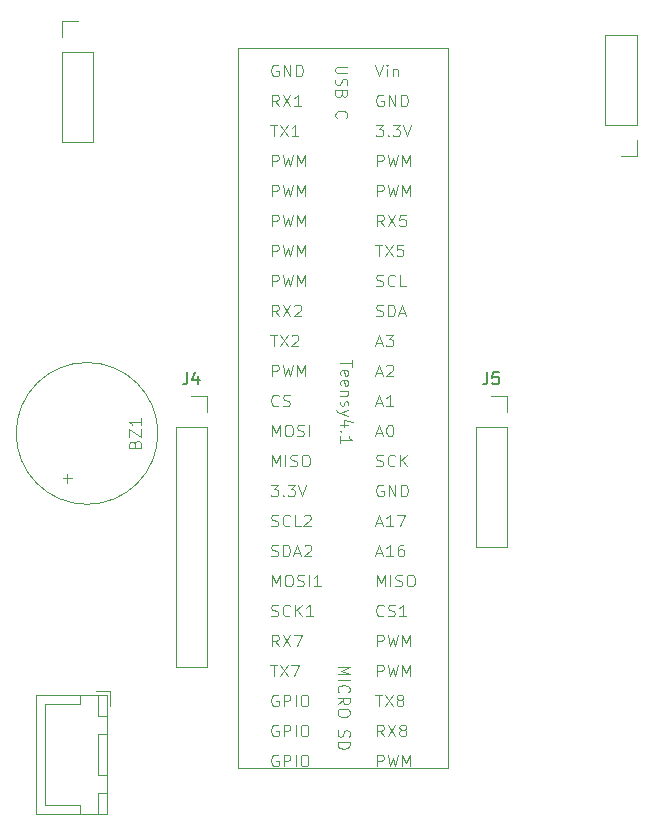
<source format=gbr>
%TF.GenerationSoftware,KiCad,Pcbnew,7.0.7*%
%TF.CreationDate,2024-05-20T18:34:11-04:00*%
%TF.ProjectId,LVPD-board_v2,4c565044-2d62-46f6-9172-645f76322e6b,rev?*%
%TF.SameCoordinates,Original*%
%TF.FileFunction,Legend,Top*%
%TF.FilePolarity,Positive*%
%FSLAX46Y46*%
G04 Gerber Fmt 4.6, Leading zero omitted, Abs format (unit mm)*
G04 Created by KiCad (PCBNEW 7.0.7) date 2024-05-20 18:34:11*
%MOMM*%
%LPD*%
G01*
G04 APERTURE LIST*
%ADD10C,0.150000*%
%ADD11C,0.100000*%
%ADD12C,0.120000*%
G04 APERTURE END LIST*
D10*
X115291666Y-87634819D02*
X115291666Y-88349104D01*
X115291666Y-88349104D02*
X115244047Y-88491961D01*
X115244047Y-88491961D02*
X115148809Y-88587200D01*
X115148809Y-88587200D02*
X115005952Y-88634819D01*
X115005952Y-88634819D02*
X114910714Y-88634819D01*
X116196428Y-87968152D02*
X116196428Y-88634819D01*
X115958333Y-87587200D02*
X115720238Y-88301485D01*
X115720238Y-88301485D02*
X116339285Y-88301485D01*
D11*
X110833609Y-93680952D02*
X110881228Y-93538095D01*
X110881228Y-93538095D02*
X110928847Y-93490476D01*
X110928847Y-93490476D02*
X111024085Y-93442857D01*
X111024085Y-93442857D02*
X111166942Y-93442857D01*
X111166942Y-93442857D02*
X111262180Y-93490476D01*
X111262180Y-93490476D02*
X111309800Y-93538095D01*
X111309800Y-93538095D02*
X111357419Y-93633333D01*
X111357419Y-93633333D02*
X111357419Y-94014285D01*
X111357419Y-94014285D02*
X110357419Y-94014285D01*
X110357419Y-94014285D02*
X110357419Y-93680952D01*
X110357419Y-93680952D02*
X110405038Y-93585714D01*
X110405038Y-93585714D02*
X110452657Y-93538095D01*
X110452657Y-93538095D02*
X110547895Y-93490476D01*
X110547895Y-93490476D02*
X110643133Y-93490476D01*
X110643133Y-93490476D02*
X110738371Y-93538095D01*
X110738371Y-93538095D02*
X110785990Y-93585714D01*
X110785990Y-93585714D02*
X110833609Y-93680952D01*
X110833609Y-93680952D02*
X110833609Y-94014285D01*
X110357419Y-93109523D02*
X110357419Y-92442857D01*
X110357419Y-92442857D02*
X111357419Y-93109523D01*
X111357419Y-93109523D02*
X111357419Y-92442857D01*
X111357419Y-91538095D02*
X111357419Y-92109523D01*
X111357419Y-91823809D02*
X110357419Y-91823809D01*
X110357419Y-91823809D02*
X110500276Y-91919047D01*
X110500276Y-91919047D02*
X110595514Y-92014285D01*
X110595514Y-92014285D02*
X110643133Y-92109523D01*
X105141466Y-96996115D02*
X105141466Y-96234211D01*
X105522419Y-96615163D02*
X104760514Y-96615163D01*
X129242580Y-86578571D02*
X129242580Y-87149999D01*
X128242580Y-86864285D02*
X129242580Y-86864285D01*
X128290200Y-87864285D02*
X128242580Y-87769047D01*
X128242580Y-87769047D02*
X128242580Y-87578571D01*
X128242580Y-87578571D02*
X128290200Y-87483333D01*
X128290200Y-87483333D02*
X128385438Y-87435714D01*
X128385438Y-87435714D02*
X128766390Y-87435714D01*
X128766390Y-87435714D02*
X128861628Y-87483333D01*
X128861628Y-87483333D02*
X128909247Y-87578571D01*
X128909247Y-87578571D02*
X128909247Y-87769047D01*
X128909247Y-87769047D02*
X128861628Y-87864285D01*
X128861628Y-87864285D02*
X128766390Y-87911904D01*
X128766390Y-87911904D02*
X128671152Y-87911904D01*
X128671152Y-87911904D02*
X128575914Y-87435714D01*
X128290200Y-88721428D02*
X128242580Y-88626190D01*
X128242580Y-88626190D02*
X128242580Y-88435714D01*
X128242580Y-88435714D02*
X128290200Y-88340476D01*
X128290200Y-88340476D02*
X128385438Y-88292857D01*
X128385438Y-88292857D02*
X128766390Y-88292857D01*
X128766390Y-88292857D02*
X128861628Y-88340476D01*
X128861628Y-88340476D02*
X128909247Y-88435714D01*
X128909247Y-88435714D02*
X128909247Y-88626190D01*
X128909247Y-88626190D02*
X128861628Y-88721428D01*
X128861628Y-88721428D02*
X128766390Y-88769047D01*
X128766390Y-88769047D02*
X128671152Y-88769047D01*
X128671152Y-88769047D02*
X128575914Y-88292857D01*
X128909247Y-89197619D02*
X128242580Y-89197619D01*
X128814009Y-89197619D02*
X128861628Y-89245238D01*
X128861628Y-89245238D02*
X128909247Y-89340476D01*
X128909247Y-89340476D02*
X128909247Y-89483333D01*
X128909247Y-89483333D02*
X128861628Y-89578571D01*
X128861628Y-89578571D02*
X128766390Y-89626190D01*
X128766390Y-89626190D02*
X128242580Y-89626190D01*
X128290200Y-90054762D02*
X128242580Y-90150000D01*
X128242580Y-90150000D02*
X128242580Y-90340476D01*
X128242580Y-90340476D02*
X128290200Y-90435714D01*
X128290200Y-90435714D02*
X128385438Y-90483333D01*
X128385438Y-90483333D02*
X128433057Y-90483333D01*
X128433057Y-90483333D02*
X128528295Y-90435714D01*
X128528295Y-90435714D02*
X128575914Y-90340476D01*
X128575914Y-90340476D02*
X128575914Y-90197619D01*
X128575914Y-90197619D02*
X128623533Y-90102381D01*
X128623533Y-90102381D02*
X128718771Y-90054762D01*
X128718771Y-90054762D02*
X128766390Y-90054762D01*
X128766390Y-90054762D02*
X128861628Y-90102381D01*
X128861628Y-90102381D02*
X128909247Y-90197619D01*
X128909247Y-90197619D02*
X128909247Y-90340476D01*
X128909247Y-90340476D02*
X128861628Y-90435714D01*
X128909247Y-90816667D02*
X128242580Y-91054762D01*
X128909247Y-91292857D02*
X128242580Y-91054762D01*
X128242580Y-91054762D02*
X128004485Y-90959524D01*
X128004485Y-90959524D02*
X127956866Y-90911905D01*
X127956866Y-90911905D02*
X127909247Y-90816667D01*
X128909247Y-92102381D02*
X128242580Y-92102381D01*
X129290200Y-91864286D02*
X128575914Y-91626191D01*
X128575914Y-91626191D02*
X128575914Y-92245238D01*
X128337819Y-92626191D02*
X128290200Y-92673810D01*
X128290200Y-92673810D02*
X128242580Y-92626191D01*
X128242580Y-92626191D02*
X128290200Y-92578572D01*
X128290200Y-92578572D02*
X128337819Y-92626191D01*
X128337819Y-92626191D02*
X128242580Y-92626191D01*
X128242580Y-93626190D02*
X128242580Y-93054762D01*
X128242580Y-93340476D02*
X129242580Y-93340476D01*
X129242580Y-93340476D02*
X129099723Y-93245238D01*
X129099723Y-93245238D02*
X129004485Y-93150000D01*
X129004485Y-93150000D02*
X128956866Y-93054762D01*
X131296265Y-100396704D02*
X131772455Y-100396704D01*
X131201027Y-100682419D02*
X131534360Y-99682419D01*
X131534360Y-99682419D02*
X131867693Y-100682419D01*
X132724836Y-100682419D02*
X132153408Y-100682419D01*
X132439122Y-100682419D02*
X132439122Y-99682419D01*
X132439122Y-99682419D02*
X132343884Y-99825276D01*
X132343884Y-99825276D02*
X132248646Y-99920514D01*
X132248646Y-99920514D02*
X132153408Y-99968133D01*
X133058170Y-99682419D02*
X133724836Y-99682419D01*
X133724836Y-99682419D02*
X133296265Y-100682419D01*
X122977693Y-120050038D02*
X122882455Y-120002419D01*
X122882455Y-120002419D02*
X122739598Y-120002419D01*
X122739598Y-120002419D02*
X122596741Y-120050038D01*
X122596741Y-120050038D02*
X122501503Y-120145276D01*
X122501503Y-120145276D02*
X122453884Y-120240514D01*
X122453884Y-120240514D02*
X122406265Y-120430990D01*
X122406265Y-120430990D02*
X122406265Y-120573847D01*
X122406265Y-120573847D02*
X122453884Y-120764323D01*
X122453884Y-120764323D02*
X122501503Y-120859561D01*
X122501503Y-120859561D02*
X122596741Y-120954800D01*
X122596741Y-120954800D02*
X122739598Y-121002419D01*
X122739598Y-121002419D02*
X122834836Y-121002419D01*
X122834836Y-121002419D02*
X122977693Y-120954800D01*
X122977693Y-120954800D02*
X123025312Y-120907180D01*
X123025312Y-120907180D02*
X123025312Y-120573847D01*
X123025312Y-120573847D02*
X122834836Y-120573847D01*
X123453884Y-121002419D02*
X123453884Y-120002419D01*
X123453884Y-120002419D02*
X123834836Y-120002419D01*
X123834836Y-120002419D02*
X123930074Y-120050038D01*
X123930074Y-120050038D02*
X123977693Y-120097657D01*
X123977693Y-120097657D02*
X124025312Y-120192895D01*
X124025312Y-120192895D02*
X124025312Y-120335752D01*
X124025312Y-120335752D02*
X123977693Y-120430990D01*
X123977693Y-120430990D02*
X123930074Y-120478609D01*
X123930074Y-120478609D02*
X123834836Y-120526228D01*
X123834836Y-120526228D02*
X123453884Y-120526228D01*
X124453884Y-121002419D02*
X124453884Y-120002419D01*
X125120550Y-120002419D02*
X125311026Y-120002419D01*
X125311026Y-120002419D02*
X125406264Y-120050038D01*
X125406264Y-120050038D02*
X125501502Y-120145276D01*
X125501502Y-120145276D02*
X125549121Y-120335752D01*
X125549121Y-120335752D02*
X125549121Y-120669085D01*
X125549121Y-120669085D02*
X125501502Y-120859561D01*
X125501502Y-120859561D02*
X125406264Y-120954800D01*
X125406264Y-120954800D02*
X125311026Y-121002419D01*
X125311026Y-121002419D02*
X125120550Y-121002419D01*
X125120550Y-121002419D02*
X125025312Y-120954800D01*
X125025312Y-120954800D02*
X124930074Y-120859561D01*
X124930074Y-120859561D02*
X124882455Y-120669085D01*
X124882455Y-120669085D02*
X124882455Y-120335752D01*
X124882455Y-120335752D02*
X124930074Y-120145276D01*
X124930074Y-120145276D02*
X125025312Y-120050038D01*
X125025312Y-120050038D02*
X125120550Y-120002419D01*
X131201027Y-114922419D02*
X131772455Y-114922419D01*
X131486741Y-115922419D02*
X131486741Y-114922419D01*
X132010551Y-114922419D02*
X132677217Y-115922419D01*
X132677217Y-114922419D02*
X132010551Y-115922419D01*
X133201027Y-115350990D02*
X133105789Y-115303371D01*
X133105789Y-115303371D02*
X133058170Y-115255752D01*
X133058170Y-115255752D02*
X133010551Y-115160514D01*
X133010551Y-115160514D02*
X133010551Y-115112895D01*
X133010551Y-115112895D02*
X133058170Y-115017657D01*
X133058170Y-115017657D02*
X133105789Y-114970038D01*
X133105789Y-114970038D02*
X133201027Y-114922419D01*
X133201027Y-114922419D02*
X133391503Y-114922419D01*
X133391503Y-114922419D02*
X133486741Y-114970038D01*
X133486741Y-114970038D02*
X133534360Y-115017657D01*
X133534360Y-115017657D02*
X133581979Y-115112895D01*
X133581979Y-115112895D02*
X133581979Y-115160514D01*
X133581979Y-115160514D02*
X133534360Y-115255752D01*
X133534360Y-115255752D02*
X133486741Y-115303371D01*
X133486741Y-115303371D02*
X133391503Y-115350990D01*
X133391503Y-115350990D02*
X133201027Y-115350990D01*
X133201027Y-115350990D02*
X133105789Y-115398609D01*
X133105789Y-115398609D02*
X133058170Y-115446228D01*
X133058170Y-115446228D02*
X133010551Y-115541466D01*
X133010551Y-115541466D02*
X133010551Y-115731942D01*
X133010551Y-115731942D02*
X133058170Y-115827180D01*
X133058170Y-115827180D02*
X133105789Y-115874800D01*
X133105789Y-115874800D02*
X133201027Y-115922419D01*
X133201027Y-115922419D02*
X133391503Y-115922419D01*
X133391503Y-115922419D02*
X133486741Y-115874800D01*
X133486741Y-115874800D02*
X133534360Y-115827180D01*
X133534360Y-115827180D02*
X133581979Y-115731942D01*
X133581979Y-115731942D02*
X133581979Y-115541466D01*
X133581979Y-115541466D02*
X133534360Y-115446228D01*
X133534360Y-115446228D02*
X133486741Y-115398609D01*
X133486741Y-115398609D02*
X133391503Y-115350990D01*
X122453884Y-72742419D02*
X122453884Y-71742419D01*
X122453884Y-71742419D02*
X122834836Y-71742419D01*
X122834836Y-71742419D02*
X122930074Y-71790038D01*
X122930074Y-71790038D02*
X122977693Y-71837657D01*
X122977693Y-71837657D02*
X123025312Y-71932895D01*
X123025312Y-71932895D02*
X123025312Y-72075752D01*
X123025312Y-72075752D02*
X122977693Y-72170990D01*
X122977693Y-72170990D02*
X122930074Y-72218609D01*
X122930074Y-72218609D02*
X122834836Y-72266228D01*
X122834836Y-72266228D02*
X122453884Y-72266228D01*
X123358646Y-71742419D02*
X123596741Y-72742419D01*
X123596741Y-72742419D02*
X123787217Y-72028133D01*
X123787217Y-72028133D02*
X123977693Y-72742419D01*
X123977693Y-72742419D02*
X124215789Y-71742419D01*
X124596741Y-72742419D02*
X124596741Y-71742419D01*
X124596741Y-71742419D02*
X124930074Y-72456704D01*
X124930074Y-72456704D02*
X125263407Y-71742419D01*
X125263407Y-71742419D02*
X125263407Y-72742419D01*
X122453884Y-95602419D02*
X122453884Y-94602419D01*
X122453884Y-94602419D02*
X122787217Y-95316704D01*
X122787217Y-95316704D02*
X123120550Y-94602419D01*
X123120550Y-94602419D02*
X123120550Y-95602419D01*
X123596741Y-95602419D02*
X123596741Y-94602419D01*
X124025312Y-95554800D02*
X124168169Y-95602419D01*
X124168169Y-95602419D02*
X124406264Y-95602419D01*
X124406264Y-95602419D02*
X124501502Y-95554800D01*
X124501502Y-95554800D02*
X124549121Y-95507180D01*
X124549121Y-95507180D02*
X124596740Y-95411942D01*
X124596740Y-95411942D02*
X124596740Y-95316704D01*
X124596740Y-95316704D02*
X124549121Y-95221466D01*
X124549121Y-95221466D02*
X124501502Y-95173847D01*
X124501502Y-95173847D02*
X124406264Y-95126228D01*
X124406264Y-95126228D02*
X124215788Y-95078609D01*
X124215788Y-95078609D02*
X124120550Y-95030990D01*
X124120550Y-95030990D02*
X124072931Y-94983371D01*
X124072931Y-94983371D02*
X124025312Y-94888133D01*
X124025312Y-94888133D02*
X124025312Y-94792895D01*
X124025312Y-94792895D02*
X124072931Y-94697657D01*
X124072931Y-94697657D02*
X124120550Y-94650038D01*
X124120550Y-94650038D02*
X124215788Y-94602419D01*
X124215788Y-94602419D02*
X124453883Y-94602419D01*
X124453883Y-94602419D02*
X124596740Y-94650038D01*
X125215788Y-94602419D02*
X125406264Y-94602419D01*
X125406264Y-94602419D02*
X125501502Y-94650038D01*
X125501502Y-94650038D02*
X125596740Y-94745276D01*
X125596740Y-94745276D02*
X125644359Y-94935752D01*
X125644359Y-94935752D02*
X125644359Y-95269085D01*
X125644359Y-95269085D02*
X125596740Y-95459561D01*
X125596740Y-95459561D02*
X125501502Y-95554800D01*
X125501502Y-95554800D02*
X125406264Y-95602419D01*
X125406264Y-95602419D02*
X125215788Y-95602419D01*
X125215788Y-95602419D02*
X125120550Y-95554800D01*
X125120550Y-95554800D02*
X125025312Y-95459561D01*
X125025312Y-95459561D02*
X124977693Y-95269085D01*
X124977693Y-95269085D02*
X124977693Y-94935752D01*
X124977693Y-94935752D02*
X125025312Y-94745276D01*
X125025312Y-94745276D02*
X125120550Y-94650038D01*
X125120550Y-94650038D02*
X125215788Y-94602419D01*
X122977693Y-61630038D02*
X122882455Y-61582419D01*
X122882455Y-61582419D02*
X122739598Y-61582419D01*
X122739598Y-61582419D02*
X122596741Y-61630038D01*
X122596741Y-61630038D02*
X122501503Y-61725276D01*
X122501503Y-61725276D02*
X122453884Y-61820514D01*
X122453884Y-61820514D02*
X122406265Y-62010990D01*
X122406265Y-62010990D02*
X122406265Y-62153847D01*
X122406265Y-62153847D02*
X122453884Y-62344323D01*
X122453884Y-62344323D02*
X122501503Y-62439561D01*
X122501503Y-62439561D02*
X122596741Y-62534800D01*
X122596741Y-62534800D02*
X122739598Y-62582419D01*
X122739598Y-62582419D02*
X122834836Y-62582419D01*
X122834836Y-62582419D02*
X122977693Y-62534800D01*
X122977693Y-62534800D02*
X123025312Y-62487180D01*
X123025312Y-62487180D02*
X123025312Y-62153847D01*
X123025312Y-62153847D02*
X122834836Y-62153847D01*
X123453884Y-62582419D02*
X123453884Y-61582419D01*
X123453884Y-61582419D02*
X124025312Y-62582419D01*
X124025312Y-62582419D02*
X124025312Y-61582419D01*
X124501503Y-62582419D02*
X124501503Y-61582419D01*
X124501503Y-61582419D02*
X124739598Y-61582419D01*
X124739598Y-61582419D02*
X124882455Y-61630038D01*
X124882455Y-61630038D02*
X124977693Y-61725276D01*
X124977693Y-61725276D02*
X125025312Y-61820514D01*
X125025312Y-61820514D02*
X125072931Y-62010990D01*
X125072931Y-62010990D02*
X125072931Y-62153847D01*
X125072931Y-62153847D02*
X125025312Y-62344323D01*
X125025312Y-62344323D02*
X124977693Y-62439561D01*
X124977693Y-62439561D02*
X124882455Y-62534800D01*
X124882455Y-62534800D02*
X124739598Y-62582419D01*
X124739598Y-62582419D02*
X124501503Y-62582419D01*
X128027580Y-112543884D02*
X129027580Y-112543884D01*
X129027580Y-112543884D02*
X128313295Y-112877217D01*
X128313295Y-112877217D02*
X129027580Y-113210550D01*
X129027580Y-113210550D02*
X128027580Y-113210550D01*
X128027580Y-113686741D02*
X129027580Y-113686741D01*
X128122819Y-114734359D02*
X128075200Y-114686740D01*
X128075200Y-114686740D02*
X128027580Y-114543883D01*
X128027580Y-114543883D02*
X128027580Y-114448645D01*
X128027580Y-114448645D02*
X128075200Y-114305788D01*
X128075200Y-114305788D02*
X128170438Y-114210550D01*
X128170438Y-114210550D02*
X128265676Y-114162931D01*
X128265676Y-114162931D02*
X128456152Y-114115312D01*
X128456152Y-114115312D02*
X128599009Y-114115312D01*
X128599009Y-114115312D02*
X128789485Y-114162931D01*
X128789485Y-114162931D02*
X128884723Y-114210550D01*
X128884723Y-114210550D02*
X128979961Y-114305788D01*
X128979961Y-114305788D02*
X129027580Y-114448645D01*
X129027580Y-114448645D02*
X129027580Y-114543883D01*
X129027580Y-114543883D02*
X128979961Y-114686740D01*
X128979961Y-114686740D02*
X128932342Y-114734359D01*
X128027580Y-115734359D02*
X128503771Y-115401026D01*
X128027580Y-115162931D02*
X129027580Y-115162931D01*
X129027580Y-115162931D02*
X129027580Y-115543883D01*
X129027580Y-115543883D02*
X128979961Y-115639121D01*
X128979961Y-115639121D02*
X128932342Y-115686740D01*
X128932342Y-115686740D02*
X128837104Y-115734359D01*
X128837104Y-115734359D02*
X128694247Y-115734359D01*
X128694247Y-115734359D02*
X128599009Y-115686740D01*
X128599009Y-115686740D02*
X128551390Y-115639121D01*
X128551390Y-115639121D02*
X128503771Y-115543883D01*
X128503771Y-115543883D02*
X128503771Y-115162931D01*
X129027580Y-116353407D02*
X129027580Y-116543883D01*
X129027580Y-116543883D02*
X128979961Y-116639121D01*
X128979961Y-116639121D02*
X128884723Y-116734359D01*
X128884723Y-116734359D02*
X128694247Y-116781978D01*
X128694247Y-116781978D02*
X128360914Y-116781978D01*
X128360914Y-116781978D02*
X128170438Y-116734359D01*
X128170438Y-116734359D02*
X128075200Y-116639121D01*
X128075200Y-116639121D02*
X128027580Y-116543883D01*
X128027580Y-116543883D02*
X128027580Y-116353407D01*
X128027580Y-116353407D02*
X128075200Y-116258169D01*
X128075200Y-116258169D02*
X128170438Y-116162931D01*
X128170438Y-116162931D02*
X128360914Y-116115312D01*
X128360914Y-116115312D02*
X128694247Y-116115312D01*
X128694247Y-116115312D02*
X128884723Y-116162931D01*
X128884723Y-116162931D02*
X128979961Y-116258169D01*
X128979961Y-116258169D02*
X129027580Y-116353407D01*
X128075200Y-117924836D02*
X128027580Y-118067693D01*
X128027580Y-118067693D02*
X128027580Y-118305788D01*
X128027580Y-118305788D02*
X128075200Y-118401026D01*
X128075200Y-118401026D02*
X128122819Y-118448645D01*
X128122819Y-118448645D02*
X128218057Y-118496264D01*
X128218057Y-118496264D02*
X128313295Y-118496264D01*
X128313295Y-118496264D02*
X128408533Y-118448645D01*
X128408533Y-118448645D02*
X128456152Y-118401026D01*
X128456152Y-118401026D02*
X128503771Y-118305788D01*
X128503771Y-118305788D02*
X128551390Y-118115312D01*
X128551390Y-118115312D02*
X128599009Y-118020074D01*
X128599009Y-118020074D02*
X128646628Y-117972455D01*
X128646628Y-117972455D02*
X128741866Y-117924836D01*
X128741866Y-117924836D02*
X128837104Y-117924836D01*
X128837104Y-117924836D02*
X128932342Y-117972455D01*
X128932342Y-117972455D02*
X128979961Y-118020074D01*
X128979961Y-118020074D02*
X129027580Y-118115312D01*
X129027580Y-118115312D02*
X129027580Y-118353407D01*
X129027580Y-118353407D02*
X128979961Y-118496264D01*
X128027580Y-118924836D02*
X129027580Y-118924836D01*
X129027580Y-118924836D02*
X129027580Y-119162931D01*
X129027580Y-119162931D02*
X128979961Y-119305788D01*
X128979961Y-119305788D02*
X128884723Y-119401026D01*
X128884723Y-119401026D02*
X128789485Y-119448645D01*
X128789485Y-119448645D02*
X128599009Y-119496264D01*
X128599009Y-119496264D02*
X128456152Y-119496264D01*
X128456152Y-119496264D02*
X128265676Y-119448645D01*
X128265676Y-119448645D02*
X128170438Y-119401026D01*
X128170438Y-119401026D02*
X128075200Y-119305788D01*
X128075200Y-119305788D02*
X128027580Y-119162931D01*
X128027580Y-119162931D02*
X128027580Y-118924836D01*
X131867693Y-64170038D02*
X131772455Y-64122419D01*
X131772455Y-64122419D02*
X131629598Y-64122419D01*
X131629598Y-64122419D02*
X131486741Y-64170038D01*
X131486741Y-64170038D02*
X131391503Y-64265276D01*
X131391503Y-64265276D02*
X131343884Y-64360514D01*
X131343884Y-64360514D02*
X131296265Y-64550990D01*
X131296265Y-64550990D02*
X131296265Y-64693847D01*
X131296265Y-64693847D02*
X131343884Y-64884323D01*
X131343884Y-64884323D02*
X131391503Y-64979561D01*
X131391503Y-64979561D02*
X131486741Y-65074800D01*
X131486741Y-65074800D02*
X131629598Y-65122419D01*
X131629598Y-65122419D02*
X131724836Y-65122419D01*
X131724836Y-65122419D02*
X131867693Y-65074800D01*
X131867693Y-65074800D02*
X131915312Y-65027180D01*
X131915312Y-65027180D02*
X131915312Y-64693847D01*
X131915312Y-64693847D02*
X131724836Y-64693847D01*
X132343884Y-65122419D02*
X132343884Y-64122419D01*
X132343884Y-64122419D02*
X132915312Y-65122419D01*
X132915312Y-65122419D02*
X132915312Y-64122419D01*
X133391503Y-65122419D02*
X133391503Y-64122419D01*
X133391503Y-64122419D02*
X133629598Y-64122419D01*
X133629598Y-64122419D02*
X133772455Y-64170038D01*
X133772455Y-64170038D02*
X133867693Y-64265276D01*
X133867693Y-64265276D02*
X133915312Y-64360514D01*
X133915312Y-64360514D02*
X133962931Y-64550990D01*
X133962931Y-64550990D02*
X133962931Y-64693847D01*
X133962931Y-64693847D02*
X133915312Y-64884323D01*
X133915312Y-64884323D02*
X133867693Y-64979561D01*
X133867693Y-64979561D02*
X133772455Y-65074800D01*
X133772455Y-65074800D02*
X133629598Y-65122419D01*
X133629598Y-65122419D02*
X133391503Y-65122419D01*
X131201027Y-76822419D02*
X131772455Y-76822419D01*
X131486741Y-77822419D02*
X131486741Y-76822419D01*
X132010551Y-76822419D02*
X132677217Y-77822419D01*
X132677217Y-76822419D02*
X132010551Y-77822419D01*
X133534360Y-76822419D02*
X133058170Y-76822419D01*
X133058170Y-76822419D02*
X133010551Y-77298609D01*
X133010551Y-77298609D02*
X133058170Y-77250990D01*
X133058170Y-77250990D02*
X133153408Y-77203371D01*
X133153408Y-77203371D02*
X133391503Y-77203371D01*
X133391503Y-77203371D02*
X133486741Y-77250990D01*
X133486741Y-77250990D02*
X133534360Y-77298609D01*
X133534360Y-77298609D02*
X133581979Y-77393847D01*
X133581979Y-77393847D02*
X133581979Y-77631942D01*
X133581979Y-77631942D02*
X133534360Y-77727180D01*
X133534360Y-77727180D02*
X133486741Y-77774800D01*
X133486741Y-77774800D02*
X133391503Y-77822419D01*
X133391503Y-77822419D02*
X133153408Y-77822419D01*
X133153408Y-77822419D02*
X133058170Y-77774800D01*
X133058170Y-77774800D02*
X133010551Y-77727180D01*
X122977693Y-114970038D02*
X122882455Y-114922419D01*
X122882455Y-114922419D02*
X122739598Y-114922419D01*
X122739598Y-114922419D02*
X122596741Y-114970038D01*
X122596741Y-114970038D02*
X122501503Y-115065276D01*
X122501503Y-115065276D02*
X122453884Y-115160514D01*
X122453884Y-115160514D02*
X122406265Y-115350990D01*
X122406265Y-115350990D02*
X122406265Y-115493847D01*
X122406265Y-115493847D02*
X122453884Y-115684323D01*
X122453884Y-115684323D02*
X122501503Y-115779561D01*
X122501503Y-115779561D02*
X122596741Y-115874800D01*
X122596741Y-115874800D02*
X122739598Y-115922419D01*
X122739598Y-115922419D02*
X122834836Y-115922419D01*
X122834836Y-115922419D02*
X122977693Y-115874800D01*
X122977693Y-115874800D02*
X123025312Y-115827180D01*
X123025312Y-115827180D02*
X123025312Y-115493847D01*
X123025312Y-115493847D02*
X122834836Y-115493847D01*
X123453884Y-115922419D02*
X123453884Y-114922419D01*
X123453884Y-114922419D02*
X123834836Y-114922419D01*
X123834836Y-114922419D02*
X123930074Y-114970038D01*
X123930074Y-114970038D02*
X123977693Y-115017657D01*
X123977693Y-115017657D02*
X124025312Y-115112895D01*
X124025312Y-115112895D02*
X124025312Y-115255752D01*
X124025312Y-115255752D02*
X123977693Y-115350990D01*
X123977693Y-115350990D02*
X123930074Y-115398609D01*
X123930074Y-115398609D02*
X123834836Y-115446228D01*
X123834836Y-115446228D02*
X123453884Y-115446228D01*
X124453884Y-115922419D02*
X124453884Y-114922419D01*
X125120550Y-114922419D02*
X125311026Y-114922419D01*
X125311026Y-114922419D02*
X125406264Y-114970038D01*
X125406264Y-114970038D02*
X125501502Y-115065276D01*
X125501502Y-115065276D02*
X125549121Y-115255752D01*
X125549121Y-115255752D02*
X125549121Y-115589085D01*
X125549121Y-115589085D02*
X125501502Y-115779561D01*
X125501502Y-115779561D02*
X125406264Y-115874800D01*
X125406264Y-115874800D02*
X125311026Y-115922419D01*
X125311026Y-115922419D02*
X125120550Y-115922419D01*
X125120550Y-115922419D02*
X125025312Y-115874800D01*
X125025312Y-115874800D02*
X124930074Y-115779561D01*
X124930074Y-115779561D02*
X124882455Y-115589085D01*
X124882455Y-115589085D02*
X124882455Y-115255752D01*
X124882455Y-115255752D02*
X124930074Y-115065276D01*
X124930074Y-115065276D02*
X125025312Y-114970038D01*
X125025312Y-114970038D02*
X125120550Y-114922419D01*
X131296265Y-90236704D02*
X131772455Y-90236704D01*
X131201027Y-90522419D02*
X131534360Y-89522419D01*
X131534360Y-89522419D02*
X131867693Y-90522419D01*
X132724836Y-90522419D02*
X132153408Y-90522419D01*
X132439122Y-90522419D02*
X132439122Y-89522419D01*
X132439122Y-89522419D02*
X132343884Y-89665276D01*
X132343884Y-89665276D02*
X132248646Y-89760514D01*
X132248646Y-89760514D02*
X132153408Y-89808133D01*
X131343884Y-105762419D02*
X131343884Y-104762419D01*
X131343884Y-104762419D02*
X131677217Y-105476704D01*
X131677217Y-105476704D02*
X132010550Y-104762419D01*
X132010550Y-104762419D02*
X132010550Y-105762419D01*
X132486741Y-105762419D02*
X132486741Y-104762419D01*
X132915312Y-105714800D02*
X133058169Y-105762419D01*
X133058169Y-105762419D02*
X133296264Y-105762419D01*
X133296264Y-105762419D02*
X133391502Y-105714800D01*
X133391502Y-105714800D02*
X133439121Y-105667180D01*
X133439121Y-105667180D02*
X133486740Y-105571942D01*
X133486740Y-105571942D02*
X133486740Y-105476704D01*
X133486740Y-105476704D02*
X133439121Y-105381466D01*
X133439121Y-105381466D02*
X133391502Y-105333847D01*
X133391502Y-105333847D02*
X133296264Y-105286228D01*
X133296264Y-105286228D02*
X133105788Y-105238609D01*
X133105788Y-105238609D02*
X133010550Y-105190990D01*
X133010550Y-105190990D02*
X132962931Y-105143371D01*
X132962931Y-105143371D02*
X132915312Y-105048133D01*
X132915312Y-105048133D02*
X132915312Y-104952895D01*
X132915312Y-104952895D02*
X132962931Y-104857657D01*
X132962931Y-104857657D02*
X133010550Y-104810038D01*
X133010550Y-104810038D02*
X133105788Y-104762419D01*
X133105788Y-104762419D02*
X133343883Y-104762419D01*
X133343883Y-104762419D02*
X133486740Y-104810038D01*
X134105788Y-104762419D02*
X134296264Y-104762419D01*
X134296264Y-104762419D02*
X134391502Y-104810038D01*
X134391502Y-104810038D02*
X134486740Y-104905276D01*
X134486740Y-104905276D02*
X134534359Y-105095752D01*
X134534359Y-105095752D02*
X134534359Y-105429085D01*
X134534359Y-105429085D02*
X134486740Y-105619561D01*
X134486740Y-105619561D02*
X134391502Y-105714800D01*
X134391502Y-105714800D02*
X134296264Y-105762419D01*
X134296264Y-105762419D02*
X134105788Y-105762419D01*
X134105788Y-105762419D02*
X134010550Y-105714800D01*
X134010550Y-105714800D02*
X133915312Y-105619561D01*
X133915312Y-105619561D02*
X133867693Y-105429085D01*
X133867693Y-105429085D02*
X133867693Y-105095752D01*
X133867693Y-105095752D02*
X133915312Y-104905276D01*
X133915312Y-104905276D02*
X134010550Y-104810038D01*
X134010550Y-104810038D02*
X134105788Y-104762419D01*
X122453884Y-80362419D02*
X122453884Y-79362419D01*
X122453884Y-79362419D02*
X122834836Y-79362419D01*
X122834836Y-79362419D02*
X122930074Y-79410038D01*
X122930074Y-79410038D02*
X122977693Y-79457657D01*
X122977693Y-79457657D02*
X123025312Y-79552895D01*
X123025312Y-79552895D02*
X123025312Y-79695752D01*
X123025312Y-79695752D02*
X122977693Y-79790990D01*
X122977693Y-79790990D02*
X122930074Y-79838609D01*
X122930074Y-79838609D02*
X122834836Y-79886228D01*
X122834836Y-79886228D02*
X122453884Y-79886228D01*
X123358646Y-79362419D02*
X123596741Y-80362419D01*
X123596741Y-80362419D02*
X123787217Y-79648133D01*
X123787217Y-79648133D02*
X123977693Y-80362419D01*
X123977693Y-80362419D02*
X124215789Y-79362419D01*
X124596741Y-80362419D02*
X124596741Y-79362419D01*
X124596741Y-79362419D02*
X124930074Y-80076704D01*
X124930074Y-80076704D02*
X125263407Y-79362419D01*
X125263407Y-79362419D02*
X125263407Y-80362419D01*
X122406265Y-108254800D02*
X122549122Y-108302419D01*
X122549122Y-108302419D02*
X122787217Y-108302419D01*
X122787217Y-108302419D02*
X122882455Y-108254800D01*
X122882455Y-108254800D02*
X122930074Y-108207180D01*
X122930074Y-108207180D02*
X122977693Y-108111942D01*
X122977693Y-108111942D02*
X122977693Y-108016704D01*
X122977693Y-108016704D02*
X122930074Y-107921466D01*
X122930074Y-107921466D02*
X122882455Y-107873847D01*
X122882455Y-107873847D02*
X122787217Y-107826228D01*
X122787217Y-107826228D02*
X122596741Y-107778609D01*
X122596741Y-107778609D02*
X122501503Y-107730990D01*
X122501503Y-107730990D02*
X122453884Y-107683371D01*
X122453884Y-107683371D02*
X122406265Y-107588133D01*
X122406265Y-107588133D02*
X122406265Y-107492895D01*
X122406265Y-107492895D02*
X122453884Y-107397657D01*
X122453884Y-107397657D02*
X122501503Y-107350038D01*
X122501503Y-107350038D02*
X122596741Y-107302419D01*
X122596741Y-107302419D02*
X122834836Y-107302419D01*
X122834836Y-107302419D02*
X122977693Y-107350038D01*
X123977693Y-108207180D02*
X123930074Y-108254800D01*
X123930074Y-108254800D02*
X123787217Y-108302419D01*
X123787217Y-108302419D02*
X123691979Y-108302419D01*
X123691979Y-108302419D02*
X123549122Y-108254800D01*
X123549122Y-108254800D02*
X123453884Y-108159561D01*
X123453884Y-108159561D02*
X123406265Y-108064323D01*
X123406265Y-108064323D02*
X123358646Y-107873847D01*
X123358646Y-107873847D02*
X123358646Y-107730990D01*
X123358646Y-107730990D02*
X123406265Y-107540514D01*
X123406265Y-107540514D02*
X123453884Y-107445276D01*
X123453884Y-107445276D02*
X123549122Y-107350038D01*
X123549122Y-107350038D02*
X123691979Y-107302419D01*
X123691979Y-107302419D02*
X123787217Y-107302419D01*
X123787217Y-107302419D02*
X123930074Y-107350038D01*
X123930074Y-107350038D02*
X123977693Y-107397657D01*
X124406265Y-108302419D02*
X124406265Y-107302419D01*
X124977693Y-108302419D02*
X124549122Y-107730990D01*
X124977693Y-107302419D02*
X124406265Y-107873847D01*
X125930074Y-108302419D02*
X125358646Y-108302419D01*
X125644360Y-108302419D02*
X125644360Y-107302419D01*
X125644360Y-107302419D02*
X125549122Y-107445276D01*
X125549122Y-107445276D02*
X125453884Y-107540514D01*
X125453884Y-107540514D02*
X125358646Y-107588133D01*
X122311027Y-84442419D02*
X122882455Y-84442419D01*
X122596741Y-85442419D02*
X122596741Y-84442419D01*
X123120551Y-84442419D02*
X123787217Y-85442419D01*
X123787217Y-84442419D02*
X123120551Y-85442419D01*
X124120551Y-84537657D02*
X124168170Y-84490038D01*
X124168170Y-84490038D02*
X124263408Y-84442419D01*
X124263408Y-84442419D02*
X124501503Y-84442419D01*
X124501503Y-84442419D02*
X124596741Y-84490038D01*
X124596741Y-84490038D02*
X124644360Y-84537657D01*
X124644360Y-84537657D02*
X124691979Y-84632895D01*
X124691979Y-84632895D02*
X124691979Y-84728133D01*
X124691979Y-84728133D02*
X124644360Y-84870990D01*
X124644360Y-84870990D02*
X124072932Y-85442419D01*
X124072932Y-85442419D02*
X124691979Y-85442419D01*
X131296265Y-87696704D02*
X131772455Y-87696704D01*
X131201027Y-87982419D02*
X131534360Y-86982419D01*
X131534360Y-86982419D02*
X131867693Y-87982419D01*
X132153408Y-87077657D02*
X132201027Y-87030038D01*
X132201027Y-87030038D02*
X132296265Y-86982419D01*
X132296265Y-86982419D02*
X132534360Y-86982419D01*
X132534360Y-86982419D02*
X132629598Y-87030038D01*
X132629598Y-87030038D02*
X132677217Y-87077657D01*
X132677217Y-87077657D02*
X132724836Y-87172895D01*
X132724836Y-87172895D02*
X132724836Y-87268133D01*
X132724836Y-87268133D02*
X132677217Y-87410990D01*
X132677217Y-87410990D02*
X132105789Y-87982419D01*
X132105789Y-87982419D02*
X132724836Y-87982419D01*
X122406265Y-100634800D02*
X122549122Y-100682419D01*
X122549122Y-100682419D02*
X122787217Y-100682419D01*
X122787217Y-100682419D02*
X122882455Y-100634800D01*
X122882455Y-100634800D02*
X122930074Y-100587180D01*
X122930074Y-100587180D02*
X122977693Y-100491942D01*
X122977693Y-100491942D02*
X122977693Y-100396704D01*
X122977693Y-100396704D02*
X122930074Y-100301466D01*
X122930074Y-100301466D02*
X122882455Y-100253847D01*
X122882455Y-100253847D02*
X122787217Y-100206228D01*
X122787217Y-100206228D02*
X122596741Y-100158609D01*
X122596741Y-100158609D02*
X122501503Y-100110990D01*
X122501503Y-100110990D02*
X122453884Y-100063371D01*
X122453884Y-100063371D02*
X122406265Y-99968133D01*
X122406265Y-99968133D02*
X122406265Y-99872895D01*
X122406265Y-99872895D02*
X122453884Y-99777657D01*
X122453884Y-99777657D02*
X122501503Y-99730038D01*
X122501503Y-99730038D02*
X122596741Y-99682419D01*
X122596741Y-99682419D02*
X122834836Y-99682419D01*
X122834836Y-99682419D02*
X122977693Y-99730038D01*
X123977693Y-100587180D02*
X123930074Y-100634800D01*
X123930074Y-100634800D02*
X123787217Y-100682419D01*
X123787217Y-100682419D02*
X123691979Y-100682419D01*
X123691979Y-100682419D02*
X123549122Y-100634800D01*
X123549122Y-100634800D02*
X123453884Y-100539561D01*
X123453884Y-100539561D02*
X123406265Y-100444323D01*
X123406265Y-100444323D02*
X123358646Y-100253847D01*
X123358646Y-100253847D02*
X123358646Y-100110990D01*
X123358646Y-100110990D02*
X123406265Y-99920514D01*
X123406265Y-99920514D02*
X123453884Y-99825276D01*
X123453884Y-99825276D02*
X123549122Y-99730038D01*
X123549122Y-99730038D02*
X123691979Y-99682419D01*
X123691979Y-99682419D02*
X123787217Y-99682419D01*
X123787217Y-99682419D02*
X123930074Y-99730038D01*
X123930074Y-99730038D02*
X123977693Y-99777657D01*
X124882455Y-100682419D02*
X124406265Y-100682419D01*
X124406265Y-100682419D02*
X124406265Y-99682419D01*
X125168170Y-99777657D02*
X125215789Y-99730038D01*
X125215789Y-99730038D02*
X125311027Y-99682419D01*
X125311027Y-99682419D02*
X125549122Y-99682419D01*
X125549122Y-99682419D02*
X125644360Y-99730038D01*
X125644360Y-99730038D02*
X125691979Y-99777657D01*
X125691979Y-99777657D02*
X125739598Y-99872895D01*
X125739598Y-99872895D02*
X125739598Y-99968133D01*
X125739598Y-99968133D02*
X125691979Y-100110990D01*
X125691979Y-100110990D02*
X125120551Y-100682419D01*
X125120551Y-100682419D02*
X125739598Y-100682419D01*
X131915312Y-118462419D02*
X131581979Y-117986228D01*
X131343884Y-118462419D02*
X131343884Y-117462419D01*
X131343884Y-117462419D02*
X131724836Y-117462419D01*
X131724836Y-117462419D02*
X131820074Y-117510038D01*
X131820074Y-117510038D02*
X131867693Y-117557657D01*
X131867693Y-117557657D02*
X131915312Y-117652895D01*
X131915312Y-117652895D02*
X131915312Y-117795752D01*
X131915312Y-117795752D02*
X131867693Y-117890990D01*
X131867693Y-117890990D02*
X131820074Y-117938609D01*
X131820074Y-117938609D02*
X131724836Y-117986228D01*
X131724836Y-117986228D02*
X131343884Y-117986228D01*
X132248646Y-117462419D02*
X132915312Y-118462419D01*
X132915312Y-117462419D02*
X132248646Y-118462419D01*
X133439122Y-117890990D02*
X133343884Y-117843371D01*
X133343884Y-117843371D02*
X133296265Y-117795752D01*
X133296265Y-117795752D02*
X133248646Y-117700514D01*
X133248646Y-117700514D02*
X133248646Y-117652895D01*
X133248646Y-117652895D02*
X133296265Y-117557657D01*
X133296265Y-117557657D02*
X133343884Y-117510038D01*
X133343884Y-117510038D02*
X133439122Y-117462419D01*
X133439122Y-117462419D02*
X133629598Y-117462419D01*
X133629598Y-117462419D02*
X133724836Y-117510038D01*
X133724836Y-117510038D02*
X133772455Y-117557657D01*
X133772455Y-117557657D02*
X133820074Y-117652895D01*
X133820074Y-117652895D02*
X133820074Y-117700514D01*
X133820074Y-117700514D02*
X133772455Y-117795752D01*
X133772455Y-117795752D02*
X133724836Y-117843371D01*
X133724836Y-117843371D02*
X133629598Y-117890990D01*
X133629598Y-117890990D02*
X133439122Y-117890990D01*
X133439122Y-117890990D02*
X133343884Y-117938609D01*
X133343884Y-117938609D02*
X133296265Y-117986228D01*
X133296265Y-117986228D02*
X133248646Y-118081466D01*
X133248646Y-118081466D02*
X133248646Y-118271942D01*
X133248646Y-118271942D02*
X133296265Y-118367180D01*
X133296265Y-118367180D02*
X133343884Y-118414800D01*
X133343884Y-118414800D02*
X133439122Y-118462419D01*
X133439122Y-118462419D02*
X133629598Y-118462419D01*
X133629598Y-118462419D02*
X133724836Y-118414800D01*
X133724836Y-118414800D02*
X133772455Y-118367180D01*
X133772455Y-118367180D02*
X133820074Y-118271942D01*
X133820074Y-118271942D02*
X133820074Y-118081466D01*
X133820074Y-118081466D02*
X133772455Y-117986228D01*
X133772455Y-117986228D02*
X133724836Y-117938609D01*
X133724836Y-117938609D02*
X133629598Y-117890990D01*
X122406265Y-103174800D02*
X122549122Y-103222419D01*
X122549122Y-103222419D02*
X122787217Y-103222419D01*
X122787217Y-103222419D02*
X122882455Y-103174800D01*
X122882455Y-103174800D02*
X122930074Y-103127180D01*
X122930074Y-103127180D02*
X122977693Y-103031942D01*
X122977693Y-103031942D02*
X122977693Y-102936704D01*
X122977693Y-102936704D02*
X122930074Y-102841466D01*
X122930074Y-102841466D02*
X122882455Y-102793847D01*
X122882455Y-102793847D02*
X122787217Y-102746228D01*
X122787217Y-102746228D02*
X122596741Y-102698609D01*
X122596741Y-102698609D02*
X122501503Y-102650990D01*
X122501503Y-102650990D02*
X122453884Y-102603371D01*
X122453884Y-102603371D02*
X122406265Y-102508133D01*
X122406265Y-102508133D02*
X122406265Y-102412895D01*
X122406265Y-102412895D02*
X122453884Y-102317657D01*
X122453884Y-102317657D02*
X122501503Y-102270038D01*
X122501503Y-102270038D02*
X122596741Y-102222419D01*
X122596741Y-102222419D02*
X122834836Y-102222419D01*
X122834836Y-102222419D02*
X122977693Y-102270038D01*
X123406265Y-103222419D02*
X123406265Y-102222419D01*
X123406265Y-102222419D02*
X123644360Y-102222419D01*
X123644360Y-102222419D02*
X123787217Y-102270038D01*
X123787217Y-102270038D02*
X123882455Y-102365276D01*
X123882455Y-102365276D02*
X123930074Y-102460514D01*
X123930074Y-102460514D02*
X123977693Y-102650990D01*
X123977693Y-102650990D02*
X123977693Y-102793847D01*
X123977693Y-102793847D02*
X123930074Y-102984323D01*
X123930074Y-102984323D02*
X123882455Y-103079561D01*
X123882455Y-103079561D02*
X123787217Y-103174800D01*
X123787217Y-103174800D02*
X123644360Y-103222419D01*
X123644360Y-103222419D02*
X123406265Y-103222419D01*
X124358646Y-102936704D02*
X124834836Y-102936704D01*
X124263408Y-103222419D02*
X124596741Y-102222419D01*
X124596741Y-102222419D02*
X124930074Y-103222419D01*
X125215789Y-102317657D02*
X125263408Y-102270038D01*
X125263408Y-102270038D02*
X125358646Y-102222419D01*
X125358646Y-102222419D02*
X125596741Y-102222419D01*
X125596741Y-102222419D02*
X125691979Y-102270038D01*
X125691979Y-102270038D02*
X125739598Y-102317657D01*
X125739598Y-102317657D02*
X125787217Y-102412895D01*
X125787217Y-102412895D02*
X125787217Y-102508133D01*
X125787217Y-102508133D02*
X125739598Y-102650990D01*
X125739598Y-102650990D02*
X125168170Y-103222419D01*
X125168170Y-103222419D02*
X125787217Y-103222419D01*
X123025312Y-110842419D02*
X122691979Y-110366228D01*
X122453884Y-110842419D02*
X122453884Y-109842419D01*
X122453884Y-109842419D02*
X122834836Y-109842419D01*
X122834836Y-109842419D02*
X122930074Y-109890038D01*
X122930074Y-109890038D02*
X122977693Y-109937657D01*
X122977693Y-109937657D02*
X123025312Y-110032895D01*
X123025312Y-110032895D02*
X123025312Y-110175752D01*
X123025312Y-110175752D02*
X122977693Y-110270990D01*
X122977693Y-110270990D02*
X122930074Y-110318609D01*
X122930074Y-110318609D02*
X122834836Y-110366228D01*
X122834836Y-110366228D02*
X122453884Y-110366228D01*
X123358646Y-109842419D02*
X124025312Y-110842419D01*
X124025312Y-109842419D02*
X123358646Y-110842419D01*
X124311027Y-109842419D02*
X124977693Y-109842419D01*
X124977693Y-109842419D02*
X124549122Y-110842419D01*
X122453884Y-75282419D02*
X122453884Y-74282419D01*
X122453884Y-74282419D02*
X122834836Y-74282419D01*
X122834836Y-74282419D02*
X122930074Y-74330038D01*
X122930074Y-74330038D02*
X122977693Y-74377657D01*
X122977693Y-74377657D02*
X123025312Y-74472895D01*
X123025312Y-74472895D02*
X123025312Y-74615752D01*
X123025312Y-74615752D02*
X122977693Y-74710990D01*
X122977693Y-74710990D02*
X122930074Y-74758609D01*
X122930074Y-74758609D02*
X122834836Y-74806228D01*
X122834836Y-74806228D02*
X122453884Y-74806228D01*
X123358646Y-74282419D02*
X123596741Y-75282419D01*
X123596741Y-75282419D02*
X123787217Y-74568133D01*
X123787217Y-74568133D02*
X123977693Y-75282419D01*
X123977693Y-75282419D02*
X124215789Y-74282419D01*
X124596741Y-75282419D02*
X124596741Y-74282419D01*
X124596741Y-74282419D02*
X124930074Y-74996704D01*
X124930074Y-74996704D02*
X125263407Y-74282419D01*
X125263407Y-74282419D02*
X125263407Y-75282419D01*
X122453884Y-93062419D02*
X122453884Y-92062419D01*
X122453884Y-92062419D02*
X122787217Y-92776704D01*
X122787217Y-92776704D02*
X123120550Y-92062419D01*
X123120550Y-92062419D02*
X123120550Y-93062419D01*
X123787217Y-92062419D02*
X123977693Y-92062419D01*
X123977693Y-92062419D02*
X124072931Y-92110038D01*
X124072931Y-92110038D02*
X124168169Y-92205276D01*
X124168169Y-92205276D02*
X124215788Y-92395752D01*
X124215788Y-92395752D02*
X124215788Y-92729085D01*
X124215788Y-92729085D02*
X124168169Y-92919561D01*
X124168169Y-92919561D02*
X124072931Y-93014800D01*
X124072931Y-93014800D02*
X123977693Y-93062419D01*
X123977693Y-93062419D02*
X123787217Y-93062419D01*
X123787217Y-93062419D02*
X123691979Y-93014800D01*
X123691979Y-93014800D02*
X123596741Y-92919561D01*
X123596741Y-92919561D02*
X123549122Y-92729085D01*
X123549122Y-92729085D02*
X123549122Y-92395752D01*
X123549122Y-92395752D02*
X123596741Y-92205276D01*
X123596741Y-92205276D02*
X123691979Y-92110038D01*
X123691979Y-92110038D02*
X123787217Y-92062419D01*
X124596741Y-93014800D02*
X124739598Y-93062419D01*
X124739598Y-93062419D02*
X124977693Y-93062419D01*
X124977693Y-93062419D02*
X125072931Y-93014800D01*
X125072931Y-93014800D02*
X125120550Y-92967180D01*
X125120550Y-92967180D02*
X125168169Y-92871942D01*
X125168169Y-92871942D02*
X125168169Y-92776704D01*
X125168169Y-92776704D02*
X125120550Y-92681466D01*
X125120550Y-92681466D02*
X125072931Y-92633847D01*
X125072931Y-92633847D02*
X124977693Y-92586228D01*
X124977693Y-92586228D02*
X124787217Y-92538609D01*
X124787217Y-92538609D02*
X124691979Y-92490990D01*
X124691979Y-92490990D02*
X124644360Y-92443371D01*
X124644360Y-92443371D02*
X124596741Y-92348133D01*
X124596741Y-92348133D02*
X124596741Y-92252895D01*
X124596741Y-92252895D02*
X124644360Y-92157657D01*
X124644360Y-92157657D02*
X124691979Y-92110038D01*
X124691979Y-92110038D02*
X124787217Y-92062419D01*
X124787217Y-92062419D02*
X125025312Y-92062419D01*
X125025312Y-92062419D02*
X125168169Y-92110038D01*
X125596741Y-93062419D02*
X125596741Y-92062419D01*
X131296265Y-82854800D02*
X131439122Y-82902419D01*
X131439122Y-82902419D02*
X131677217Y-82902419D01*
X131677217Y-82902419D02*
X131772455Y-82854800D01*
X131772455Y-82854800D02*
X131820074Y-82807180D01*
X131820074Y-82807180D02*
X131867693Y-82711942D01*
X131867693Y-82711942D02*
X131867693Y-82616704D01*
X131867693Y-82616704D02*
X131820074Y-82521466D01*
X131820074Y-82521466D02*
X131772455Y-82473847D01*
X131772455Y-82473847D02*
X131677217Y-82426228D01*
X131677217Y-82426228D02*
X131486741Y-82378609D01*
X131486741Y-82378609D02*
X131391503Y-82330990D01*
X131391503Y-82330990D02*
X131343884Y-82283371D01*
X131343884Y-82283371D02*
X131296265Y-82188133D01*
X131296265Y-82188133D02*
X131296265Y-82092895D01*
X131296265Y-82092895D02*
X131343884Y-81997657D01*
X131343884Y-81997657D02*
X131391503Y-81950038D01*
X131391503Y-81950038D02*
X131486741Y-81902419D01*
X131486741Y-81902419D02*
X131724836Y-81902419D01*
X131724836Y-81902419D02*
X131867693Y-81950038D01*
X132296265Y-82902419D02*
X132296265Y-81902419D01*
X132296265Y-81902419D02*
X132534360Y-81902419D01*
X132534360Y-81902419D02*
X132677217Y-81950038D01*
X132677217Y-81950038D02*
X132772455Y-82045276D01*
X132772455Y-82045276D02*
X132820074Y-82140514D01*
X132820074Y-82140514D02*
X132867693Y-82330990D01*
X132867693Y-82330990D02*
X132867693Y-82473847D01*
X132867693Y-82473847D02*
X132820074Y-82664323D01*
X132820074Y-82664323D02*
X132772455Y-82759561D01*
X132772455Y-82759561D02*
X132677217Y-82854800D01*
X132677217Y-82854800D02*
X132534360Y-82902419D01*
X132534360Y-82902419D02*
X132296265Y-82902419D01*
X133248646Y-82616704D02*
X133724836Y-82616704D01*
X133153408Y-82902419D02*
X133486741Y-81902419D01*
X133486741Y-81902419D02*
X133820074Y-82902419D01*
X122453884Y-77822419D02*
X122453884Y-76822419D01*
X122453884Y-76822419D02*
X122834836Y-76822419D01*
X122834836Y-76822419D02*
X122930074Y-76870038D01*
X122930074Y-76870038D02*
X122977693Y-76917657D01*
X122977693Y-76917657D02*
X123025312Y-77012895D01*
X123025312Y-77012895D02*
X123025312Y-77155752D01*
X123025312Y-77155752D02*
X122977693Y-77250990D01*
X122977693Y-77250990D02*
X122930074Y-77298609D01*
X122930074Y-77298609D02*
X122834836Y-77346228D01*
X122834836Y-77346228D02*
X122453884Y-77346228D01*
X123358646Y-76822419D02*
X123596741Y-77822419D01*
X123596741Y-77822419D02*
X123787217Y-77108133D01*
X123787217Y-77108133D02*
X123977693Y-77822419D01*
X123977693Y-77822419D02*
X124215789Y-76822419D01*
X124596741Y-77822419D02*
X124596741Y-76822419D01*
X124596741Y-76822419D02*
X124930074Y-77536704D01*
X124930074Y-77536704D02*
X125263407Y-76822419D01*
X125263407Y-76822419D02*
X125263407Y-77822419D01*
X122453884Y-87982419D02*
X122453884Y-86982419D01*
X122453884Y-86982419D02*
X122834836Y-86982419D01*
X122834836Y-86982419D02*
X122930074Y-87030038D01*
X122930074Y-87030038D02*
X122977693Y-87077657D01*
X122977693Y-87077657D02*
X123025312Y-87172895D01*
X123025312Y-87172895D02*
X123025312Y-87315752D01*
X123025312Y-87315752D02*
X122977693Y-87410990D01*
X122977693Y-87410990D02*
X122930074Y-87458609D01*
X122930074Y-87458609D02*
X122834836Y-87506228D01*
X122834836Y-87506228D02*
X122453884Y-87506228D01*
X123358646Y-86982419D02*
X123596741Y-87982419D01*
X123596741Y-87982419D02*
X123787217Y-87268133D01*
X123787217Y-87268133D02*
X123977693Y-87982419D01*
X123977693Y-87982419D02*
X124215789Y-86982419D01*
X124596741Y-87982419D02*
X124596741Y-86982419D01*
X124596741Y-86982419D02*
X124930074Y-87696704D01*
X124930074Y-87696704D02*
X125263407Y-86982419D01*
X125263407Y-86982419D02*
X125263407Y-87982419D01*
X131343884Y-121002419D02*
X131343884Y-120002419D01*
X131343884Y-120002419D02*
X131724836Y-120002419D01*
X131724836Y-120002419D02*
X131820074Y-120050038D01*
X131820074Y-120050038D02*
X131867693Y-120097657D01*
X131867693Y-120097657D02*
X131915312Y-120192895D01*
X131915312Y-120192895D02*
X131915312Y-120335752D01*
X131915312Y-120335752D02*
X131867693Y-120430990D01*
X131867693Y-120430990D02*
X131820074Y-120478609D01*
X131820074Y-120478609D02*
X131724836Y-120526228D01*
X131724836Y-120526228D02*
X131343884Y-120526228D01*
X132248646Y-120002419D02*
X132486741Y-121002419D01*
X132486741Y-121002419D02*
X132677217Y-120288133D01*
X132677217Y-120288133D02*
X132867693Y-121002419D01*
X132867693Y-121002419D02*
X133105789Y-120002419D01*
X133486741Y-121002419D02*
X133486741Y-120002419D01*
X133486741Y-120002419D02*
X133820074Y-120716704D01*
X133820074Y-120716704D02*
X134153407Y-120002419D01*
X134153407Y-120002419D02*
X134153407Y-121002419D01*
X131915312Y-75282419D02*
X131581979Y-74806228D01*
X131343884Y-75282419D02*
X131343884Y-74282419D01*
X131343884Y-74282419D02*
X131724836Y-74282419D01*
X131724836Y-74282419D02*
X131820074Y-74330038D01*
X131820074Y-74330038D02*
X131867693Y-74377657D01*
X131867693Y-74377657D02*
X131915312Y-74472895D01*
X131915312Y-74472895D02*
X131915312Y-74615752D01*
X131915312Y-74615752D02*
X131867693Y-74710990D01*
X131867693Y-74710990D02*
X131820074Y-74758609D01*
X131820074Y-74758609D02*
X131724836Y-74806228D01*
X131724836Y-74806228D02*
X131343884Y-74806228D01*
X132248646Y-74282419D02*
X132915312Y-75282419D01*
X132915312Y-74282419D02*
X132248646Y-75282419D01*
X133772455Y-74282419D02*
X133296265Y-74282419D01*
X133296265Y-74282419D02*
X133248646Y-74758609D01*
X133248646Y-74758609D02*
X133296265Y-74710990D01*
X133296265Y-74710990D02*
X133391503Y-74663371D01*
X133391503Y-74663371D02*
X133629598Y-74663371D01*
X133629598Y-74663371D02*
X133724836Y-74710990D01*
X133724836Y-74710990D02*
X133772455Y-74758609D01*
X133772455Y-74758609D02*
X133820074Y-74853847D01*
X133820074Y-74853847D02*
X133820074Y-75091942D01*
X133820074Y-75091942D02*
X133772455Y-75187180D01*
X133772455Y-75187180D02*
X133724836Y-75234800D01*
X133724836Y-75234800D02*
X133629598Y-75282419D01*
X133629598Y-75282419D02*
X133391503Y-75282419D01*
X133391503Y-75282419D02*
X133296265Y-75234800D01*
X133296265Y-75234800D02*
X133248646Y-75187180D01*
X131867693Y-97190038D02*
X131772455Y-97142419D01*
X131772455Y-97142419D02*
X131629598Y-97142419D01*
X131629598Y-97142419D02*
X131486741Y-97190038D01*
X131486741Y-97190038D02*
X131391503Y-97285276D01*
X131391503Y-97285276D02*
X131343884Y-97380514D01*
X131343884Y-97380514D02*
X131296265Y-97570990D01*
X131296265Y-97570990D02*
X131296265Y-97713847D01*
X131296265Y-97713847D02*
X131343884Y-97904323D01*
X131343884Y-97904323D02*
X131391503Y-97999561D01*
X131391503Y-97999561D02*
X131486741Y-98094800D01*
X131486741Y-98094800D02*
X131629598Y-98142419D01*
X131629598Y-98142419D02*
X131724836Y-98142419D01*
X131724836Y-98142419D02*
X131867693Y-98094800D01*
X131867693Y-98094800D02*
X131915312Y-98047180D01*
X131915312Y-98047180D02*
X131915312Y-97713847D01*
X131915312Y-97713847D02*
X131724836Y-97713847D01*
X132343884Y-98142419D02*
X132343884Y-97142419D01*
X132343884Y-97142419D02*
X132915312Y-98142419D01*
X132915312Y-98142419D02*
X132915312Y-97142419D01*
X133391503Y-98142419D02*
X133391503Y-97142419D01*
X133391503Y-97142419D02*
X133629598Y-97142419D01*
X133629598Y-97142419D02*
X133772455Y-97190038D01*
X133772455Y-97190038D02*
X133867693Y-97285276D01*
X133867693Y-97285276D02*
X133915312Y-97380514D01*
X133915312Y-97380514D02*
X133962931Y-97570990D01*
X133962931Y-97570990D02*
X133962931Y-97713847D01*
X133962931Y-97713847D02*
X133915312Y-97904323D01*
X133915312Y-97904323D02*
X133867693Y-97999561D01*
X133867693Y-97999561D02*
X133772455Y-98094800D01*
X133772455Y-98094800D02*
X133629598Y-98142419D01*
X133629598Y-98142419D02*
X133391503Y-98142419D01*
X131296265Y-102936704D02*
X131772455Y-102936704D01*
X131201027Y-103222419D02*
X131534360Y-102222419D01*
X131534360Y-102222419D02*
X131867693Y-103222419D01*
X132724836Y-103222419D02*
X132153408Y-103222419D01*
X132439122Y-103222419D02*
X132439122Y-102222419D01*
X132439122Y-102222419D02*
X132343884Y-102365276D01*
X132343884Y-102365276D02*
X132248646Y-102460514D01*
X132248646Y-102460514D02*
X132153408Y-102508133D01*
X133581979Y-102222419D02*
X133391503Y-102222419D01*
X133391503Y-102222419D02*
X133296265Y-102270038D01*
X133296265Y-102270038D02*
X133248646Y-102317657D01*
X133248646Y-102317657D02*
X133153408Y-102460514D01*
X133153408Y-102460514D02*
X133105789Y-102650990D01*
X133105789Y-102650990D02*
X133105789Y-103031942D01*
X133105789Y-103031942D02*
X133153408Y-103127180D01*
X133153408Y-103127180D02*
X133201027Y-103174800D01*
X133201027Y-103174800D02*
X133296265Y-103222419D01*
X133296265Y-103222419D02*
X133486741Y-103222419D01*
X133486741Y-103222419D02*
X133581979Y-103174800D01*
X133581979Y-103174800D02*
X133629598Y-103127180D01*
X133629598Y-103127180D02*
X133677217Y-103031942D01*
X133677217Y-103031942D02*
X133677217Y-102793847D01*
X133677217Y-102793847D02*
X133629598Y-102698609D01*
X133629598Y-102698609D02*
X133581979Y-102650990D01*
X133581979Y-102650990D02*
X133486741Y-102603371D01*
X133486741Y-102603371D02*
X133296265Y-102603371D01*
X133296265Y-102603371D02*
X133201027Y-102650990D01*
X133201027Y-102650990D02*
X133153408Y-102698609D01*
X133153408Y-102698609D02*
X133105789Y-102793847D01*
X123025312Y-82902419D02*
X122691979Y-82426228D01*
X122453884Y-82902419D02*
X122453884Y-81902419D01*
X122453884Y-81902419D02*
X122834836Y-81902419D01*
X122834836Y-81902419D02*
X122930074Y-81950038D01*
X122930074Y-81950038D02*
X122977693Y-81997657D01*
X122977693Y-81997657D02*
X123025312Y-82092895D01*
X123025312Y-82092895D02*
X123025312Y-82235752D01*
X123025312Y-82235752D02*
X122977693Y-82330990D01*
X122977693Y-82330990D02*
X122930074Y-82378609D01*
X122930074Y-82378609D02*
X122834836Y-82426228D01*
X122834836Y-82426228D02*
X122453884Y-82426228D01*
X123358646Y-81902419D02*
X124025312Y-82902419D01*
X124025312Y-81902419D02*
X123358646Y-82902419D01*
X124358646Y-81997657D02*
X124406265Y-81950038D01*
X124406265Y-81950038D02*
X124501503Y-81902419D01*
X124501503Y-81902419D02*
X124739598Y-81902419D01*
X124739598Y-81902419D02*
X124834836Y-81950038D01*
X124834836Y-81950038D02*
X124882455Y-81997657D01*
X124882455Y-81997657D02*
X124930074Y-82092895D01*
X124930074Y-82092895D02*
X124930074Y-82188133D01*
X124930074Y-82188133D02*
X124882455Y-82330990D01*
X124882455Y-82330990D02*
X124311027Y-82902419D01*
X124311027Y-82902419D02*
X124930074Y-82902419D01*
X123025312Y-90427180D02*
X122977693Y-90474800D01*
X122977693Y-90474800D02*
X122834836Y-90522419D01*
X122834836Y-90522419D02*
X122739598Y-90522419D01*
X122739598Y-90522419D02*
X122596741Y-90474800D01*
X122596741Y-90474800D02*
X122501503Y-90379561D01*
X122501503Y-90379561D02*
X122453884Y-90284323D01*
X122453884Y-90284323D02*
X122406265Y-90093847D01*
X122406265Y-90093847D02*
X122406265Y-89950990D01*
X122406265Y-89950990D02*
X122453884Y-89760514D01*
X122453884Y-89760514D02*
X122501503Y-89665276D01*
X122501503Y-89665276D02*
X122596741Y-89570038D01*
X122596741Y-89570038D02*
X122739598Y-89522419D01*
X122739598Y-89522419D02*
X122834836Y-89522419D01*
X122834836Y-89522419D02*
X122977693Y-89570038D01*
X122977693Y-89570038D02*
X123025312Y-89617657D01*
X123406265Y-90474800D02*
X123549122Y-90522419D01*
X123549122Y-90522419D02*
X123787217Y-90522419D01*
X123787217Y-90522419D02*
X123882455Y-90474800D01*
X123882455Y-90474800D02*
X123930074Y-90427180D01*
X123930074Y-90427180D02*
X123977693Y-90331942D01*
X123977693Y-90331942D02*
X123977693Y-90236704D01*
X123977693Y-90236704D02*
X123930074Y-90141466D01*
X123930074Y-90141466D02*
X123882455Y-90093847D01*
X123882455Y-90093847D02*
X123787217Y-90046228D01*
X123787217Y-90046228D02*
X123596741Y-89998609D01*
X123596741Y-89998609D02*
X123501503Y-89950990D01*
X123501503Y-89950990D02*
X123453884Y-89903371D01*
X123453884Y-89903371D02*
X123406265Y-89808133D01*
X123406265Y-89808133D02*
X123406265Y-89712895D01*
X123406265Y-89712895D02*
X123453884Y-89617657D01*
X123453884Y-89617657D02*
X123501503Y-89570038D01*
X123501503Y-89570038D02*
X123596741Y-89522419D01*
X123596741Y-89522419D02*
X123834836Y-89522419D01*
X123834836Y-89522419D02*
X123977693Y-89570038D01*
X122453884Y-70202419D02*
X122453884Y-69202419D01*
X122453884Y-69202419D02*
X122834836Y-69202419D01*
X122834836Y-69202419D02*
X122930074Y-69250038D01*
X122930074Y-69250038D02*
X122977693Y-69297657D01*
X122977693Y-69297657D02*
X123025312Y-69392895D01*
X123025312Y-69392895D02*
X123025312Y-69535752D01*
X123025312Y-69535752D02*
X122977693Y-69630990D01*
X122977693Y-69630990D02*
X122930074Y-69678609D01*
X122930074Y-69678609D02*
X122834836Y-69726228D01*
X122834836Y-69726228D02*
X122453884Y-69726228D01*
X123358646Y-69202419D02*
X123596741Y-70202419D01*
X123596741Y-70202419D02*
X123787217Y-69488133D01*
X123787217Y-69488133D02*
X123977693Y-70202419D01*
X123977693Y-70202419D02*
X124215789Y-69202419D01*
X124596741Y-70202419D02*
X124596741Y-69202419D01*
X124596741Y-69202419D02*
X124930074Y-69916704D01*
X124930074Y-69916704D02*
X125263407Y-69202419D01*
X125263407Y-69202419D02*
X125263407Y-70202419D01*
X123025312Y-65122419D02*
X122691979Y-64646228D01*
X122453884Y-65122419D02*
X122453884Y-64122419D01*
X122453884Y-64122419D02*
X122834836Y-64122419D01*
X122834836Y-64122419D02*
X122930074Y-64170038D01*
X122930074Y-64170038D02*
X122977693Y-64217657D01*
X122977693Y-64217657D02*
X123025312Y-64312895D01*
X123025312Y-64312895D02*
X123025312Y-64455752D01*
X123025312Y-64455752D02*
X122977693Y-64550990D01*
X122977693Y-64550990D02*
X122930074Y-64598609D01*
X122930074Y-64598609D02*
X122834836Y-64646228D01*
X122834836Y-64646228D02*
X122453884Y-64646228D01*
X123358646Y-64122419D02*
X124025312Y-65122419D01*
X124025312Y-64122419D02*
X123358646Y-65122419D01*
X124930074Y-65122419D02*
X124358646Y-65122419D01*
X124644360Y-65122419D02*
X124644360Y-64122419D01*
X124644360Y-64122419D02*
X124549122Y-64265276D01*
X124549122Y-64265276D02*
X124453884Y-64360514D01*
X124453884Y-64360514D02*
X124358646Y-64408133D01*
X131343884Y-110842419D02*
X131343884Y-109842419D01*
X131343884Y-109842419D02*
X131724836Y-109842419D01*
X131724836Y-109842419D02*
X131820074Y-109890038D01*
X131820074Y-109890038D02*
X131867693Y-109937657D01*
X131867693Y-109937657D02*
X131915312Y-110032895D01*
X131915312Y-110032895D02*
X131915312Y-110175752D01*
X131915312Y-110175752D02*
X131867693Y-110270990D01*
X131867693Y-110270990D02*
X131820074Y-110318609D01*
X131820074Y-110318609D02*
X131724836Y-110366228D01*
X131724836Y-110366228D02*
X131343884Y-110366228D01*
X132248646Y-109842419D02*
X132486741Y-110842419D01*
X132486741Y-110842419D02*
X132677217Y-110128133D01*
X132677217Y-110128133D02*
X132867693Y-110842419D01*
X132867693Y-110842419D02*
X133105789Y-109842419D01*
X133486741Y-110842419D02*
X133486741Y-109842419D01*
X133486741Y-109842419D02*
X133820074Y-110556704D01*
X133820074Y-110556704D02*
X134153407Y-109842419D01*
X134153407Y-109842419D02*
X134153407Y-110842419D01*
X131343884Y-70202419D02*
X131343884Y-69202419D01*
X131343884Y-69202419D02*
X131724836Y-69202419D01*
X131724836Y-69202419D02*
X131820074Y-69250038D01*
X131820074Y-69250038D02*
X131867693Y-69297657D01*
X131867693Y-69297657D02*
X131915312Y-69392895D01*
X131915312Y-69392895D02*
X131915312Y-69535752D01*
X131915312Y-69535752D02*
X131867693Y-69630990D01*
X131867693Y-69630990D02*
X131820074Y-69678609D01*
X131820074Y-69678609D02*
X131724836Y-69726228D01*
X131724836Y-69726228D02*
X131343884Y-69726228D01*
X132248646Y-69202419D02*
X132486741Y-70202419D01*
X132486741Y-70202419D02*
X132677217Y-69488133D01*
X132677217Y-69488133D02*
X132867693Y-70202419D01*
X132867693Y-70202419D02*
X133105789Y-69202419D01*
X133486741Y-70202419D02*
X133486741Y-69202419D01*
X133486741Y-69202419D02*
X133820074Y-69916704D01*
X133820074Y-69916704D02*
X134153407Y-69202419D01*
X134153407Y-69202419D02*
X134153407Y-70202419D01*
X131296265Y-80314800D02*
X131439122Y-80362419D01*
X131439122Y-80362419D02*
X131677217Y-80362419D01*
X131677217Y-80362419D02*
X131772455Y-80314800D01*
X131772455Y-80314800D02*
X131820074Y-80267180D01*
X131820074Y-80267180D02*
X131867693Y-80171942D01*
X131867693Y-80171942D02*
X131867693Y-80076704D01*
X131867693Y-80076704D02*
X131820074Y-79981466D01*
X131820074Y-79981466D02*
X131772455Y-79933847D01*
X131772455Y-79933847D02*
X131677217Y-79886228D01*
X131677217Y-79886228D02*
X131486741Y-79838609D01*
X131486741Y-79838609D02*
X131391503Y-79790990D01*
X131391503Y-79790990D02*
X131343884Y-79743371D01*
X131343884Y-79743371D02*
X131296265Y-79648133D01*
X131296265Y-79648133D02*
X131296265Y-79552895D01*
X131296265Y-79552895D02*
X131343884Y-79457657D01*
X131343884Y-79457657D02*
X131391503Y-79410038D01*
X131391503Y-79410038D02*
X131486741Y-79362419D01*
X131486741Y-79362419D02*
X131724836Y-79362419D01*
X131724836Y-79362419D02*
X131867693Y-79410038D01*
X132867693Y-80267180D02*
X132820074Y-80314800D01*
X132820074Y-80314800D02*
X132677217Y-80362419D01*
X132677217Y-80362419D02*
X132581979Y-80362419D01*
X132581979Y-80362419D02*
X132439122Y-80314800D01*
X132439122Y-80314800D02*
X132343884Y-80219561D01*
X132343884Y-80219561D02*
X132296265Y-80124323D01*
X132296265Y-80124323D02*
X132248646Y-79933847D01*
X132248646Y-79933847D02*
X132248646Y-79790990D01*
X132248646Y-79790990D02*
X132296265Y-79600514D01*
X132296265Y-79600514D02*
X132343884Y-79505276D01*
X132343884Y-79505276D02*
X132439122Y-79410038D01*
X132439122Y-79410038D02*
X132581979Y-79362419D01*
X132581979Y-79362419D02*
X132677217Y-79362419D01*
X132677217Y-79362419D02*
X132820074Y-79410038D01*
X132820074Y-79410038D02*
X132867693Y-79457657D01*
X133772455Y-80362419D02*
X133296265Y-80362419D01*
X133296265Y-80362419D02*
X133296265Y-79362419D01*
X131343884Y-72742419D02*
X131343884Y-71742419D01*
X131343884Y-71742419D02*
X131724836Y-71742419D01*
X131724836Y-71742419D02*
X131820074Y-71790038D01*
X131820074Y-71790038D02*
X131867693Y-71837657D01*
X131867693Y-71837657D02*
X131915312Y-71932895D01*
X131915312Y-71932895D02*
X131915312Y-72075752D01*
X131915312Y-72075752D02*
X131867693Y-72170990D01*
X131867693Y-72170990D02*
X131820074Y-72218609D01*
X131820074Y-72218609D02*
X131724836Y-72266228D01*
X131724836Y-72266228D02*
X131343884Y-72266228D01*
X132248646Y-71742419D02*
X132486741Y-72742419D01*
X132486741Y-72742419D02*
X132677217Y-72028133D01*
X132677217Y-72028133D02*
X132867693Y-72742419D01*
X132867693Y-72742419D02*
X133105789Y-71742419D01*
X133486741Y-72742419D02*
X133486741Y-71742419D01*
X133486741Y-71742419D02*
X133820074Y-72456704D01*
X133820074Y-72456704D02*
X134153407Y-71742419D01*
X134153407Y-71742419D02*
X134153407Y-72742419D01*
X122311027Y-66662419D02*
X122882455Y-66662419D01*
X122596741Y-67662419D02*
X122596741Y-66662419D01*
X123120551Y-66662419D02*
X123787217Y-67662419D01*
X123787217Y-66662419D02*
X123120551Y-67662419D01*
X124691979Y-67662419D02*
X124120551Y-67662419D01*
X124406265Y-67662419D02*
X124406265Y-66662419D01*
X124406265Y-66662419D02*
X124311027Y-66805276D01*
X124311027Y-66805276D02*
X124215789Y-66900514D01*
X124215789Y-66900514D02*
X124120551Y-66948133D01*
X131296265Y-85156704D02*
X131772455Y-85156704D01*
X131201027Y-85442419D02*
X131534360Y-84442419D01*
X131534360Y-84442419D02*
X131867693Y-85442419D01*
X132105789Y-84442419D02*
X132724836Y-84442419D01*
X132724836Y-84442419D02*
X132391503Y-84823371D01*
X132391503Y-84823371D02*
X132534360Y-84823371D01*
X132534360Y-84823371D02*
X132629598Y-84870990D01*
X132629598Y-84870990D02*
X132677217Y-84918609D01*
X132677217Y-84918609D02*
X132724836Y-85013847D01*
X132724836Y-85013847D02*
X132724836Y-85251942D01*
X132724836Y-85251942D02*
X132677217Y-85347180D01*
X132677217Y-85347180D02*
X132629598Y-85394800D01*
X132629598Y-85394800D02*
X132534360Y-85442419D01*
X132534360Y-85442419D02*
X132248646Y-85442419D01*
X132248646Y-85442419D02*
X132153408Y-85394800D01*
X132153408Y-85394800D02*
X132105789Y-85347180D01*
X122358646Y-97142419D02*
X122977693Y-97142419D01*
X122977693Y-97142419D02*
X122644360Y-97523371D01*
X122644360Y-97523371D02*
X122787217Y-97523371D01*
X122787217Y-97523371D02*
X122882455Y-97570990D01*
X122882455Y-97570990D02*
X122930074Y-97618609D01*
X122930074Y-97618609D02*
X122977693Y-97713847D01*
X122977693Y-97713847D02*
X122977693Y-97951942D01*
X122977693Y-97951942D02*
X122930074Y-98047180D01*
X122930074Y-98047180D02*
X122882455Y-98094800D01*
X122882455Y-98094800D02*
X122787217Y-98142419D01*
X122787217Y-98142419D02*
X122501503Y-98142419D01*
X122501503Y-98142419D02*
X122406265Y-98094800D01*
X122406265Y-98094800D02*
X122358646Y-98047180D01*
X123406265Y-98047180D02*
X123453884Y-98094800D01*
X123453884Y-98094800D02*
X123406265Y-98142419D01*
X123406265Y-98142419D02*
X123358646Y-98094800D01*
X123358646Y-98094800D02*
X123406265Y-98047180D01*
X123406265Y-98047180D02*
X123406265Y-98142419D01*
X123787217Y-97142419D02*
X124406264Y-97142419D01*
X124406264Y-97142419D02*
X124072931Y-97523371D01*
X124072931Y-97523371D02*
X124215788Y-97523371D01*
X124215788Y-97523371D02*
X124311026Y-97570990D01*
X124311026Y-97570990D02*
X124358645Y-97618609D01*
X124358645Y-97618609D02*
X124406264Y-97713847D01*
X124406264Y-97713847D02*
X124406264Y-97951942D01*
X124406264Y-97951942D02*
X124358645Y-98047180D01*
X124358645Y-98047180D02*
X124311026Y-98094800D01*
X124311026Y-98094800D02*
X124215788Y-98142419D01*
X124215788Y-98142419D02*
X123930074Y-98142419D01*
X123930074Y-98142419D02*
X123834836Y-98094800D01*
X123834836Y-98094800D02*
X123787217Y-98047180D01*
X124691979Y-97142419D02*
X125025312Y-98142419D01*
X125025312Y-98142419D02*
X125358645Y-97142419D01*
X128827580Y-61753884D02*
X128018057Y-61753884D01*
X128018057Y-61753884D02*
X127922819Y-61801503D01*
X127922819Y-61801503D02*
X127875200Y-61849122D01*
X127875200Y-61849122D02*
X127827580Y-61944360D01*
X127827580Y-61944360D02*
X127827580Y-62134836D01*
X127827580Y-62134836D02*
X127875200Y-62230074D01*
X127875200Y-62230074D02*
X127922819Y-62277693D01*
X127922819Y-62277693D02*
X128018057Y-62325312D01*
X128018057Y-62325312D02*
X128827580Y-62325312D01*
X127875200Y-62753884D02*
X127827580Y-62896741D01*
X127827580Y-62896741D02*
X127827580Y-63134836D01*
X127827580Y-63134836D02*
X127875200Y-63230074D01*
X127875200Y-63230074D02*
X127922819Y-63277693D01*
X127922819Y-63277693D02*
X128018057Y-63325312D01*
X128018057Y-63325312D02*
X128113295Y-63325312D01*
X128113295Y-63325312D02*
X128208533Y-63277693D01*
X128208533Y-63277693D02*
X128256152Y-63230074D01*
X128256152Y-63230074D02*
X128303771Y-63134836D01*
X128303771Y-63134836D02*
X128351390Y-62944360D01*
X128351390Y-62944360D02*
X128399009Y-62849122D01*
X128399009Y-62849122D02*
X128446628Y-62801503D01*
X128446628Y-62801503D02*
X128541866Y-62753884D01*
X128541866Y-62753884D02*
X128637104Y-62753884D01*
X128637104Y-62753884D02*
X128732342Y-62801503D01*
X128732342Y-62801503D02*
X128779961Y-62849122D01*
X128779961Y-62849122D02*
X128827580Y-62944360D01*
X128827580Y-62944360D02*
X128827580Y-63182455D01*
X128827580Y-63182455D02*
X128779961Y-63325312D01*
X128351390Y-64087217D02*
X128303771Y-64230074D01*
X128303771Y-64230074D02*
X128256152Y-64277693D01*
X128256152Y-64277693D02*
X128160914Y-64325312D01*
X128160914Y-64325312D02*
X128018057Y-64325312D01*
X128018057Y-64325312D02*
X127922819Y-64277693D01*
X127922819Y-64277693D02*
X127875200Y-64230074D01*
X127875200Y-64230074D02*
X127827580Y-64134836D01*
X127827580Y-64134836D02*
X127827580Y-63753884D01*
X127827580Y-63753884D02*
X128827580Y-63753884D01*
X128827580Y-63753884D02*
X128827580Y-64087217D01*
X128827580Y-64087217D02*
X128779961Y-64182455D01*
X128779961Y-64182455D02*
X128732342Y-64230074D01*
X128732342Y-64230074D02*
X128637104Y-64277693D01*
X128637104Y-64277693D02*
X128541866Y-64277693D01*
X128541866Y-64277693D02*
X128446628Y-64230074D01*
X128446628Y-64230074D02*
X128399009Y-64182455D01*
X128399009Y-64182455D02*
X128351390Y-64087217D01*
X128351390Y-64087217D02*
X128351390Y-63753884D01*
X127922819Y-66087217D02*
X127875200Y-66039598D01*
X127875200Y-66039598D02*
X127827580Y-65896741D01*
X127827580Y-65896741D02*
X127827580Y-65801503D01*
X127827580Y-65801503D02*
X127875200Y-65658646D01*
X127875200Y-65658646D02*
X127970438Y-65563408D01*
X127970438Y-65563408D02*
X128065676Y-65515789D01*
X128065676Y-65515789D02*
X128256152Y-65468170D01*
X128256152Y-65468170D02*
X128399009Y-65468170D01*
X128399009Y-65468170D02*
X128589485Y-65515789D01*
X128589485Y-65515789D02*
X128684723Y-65563408D01*
X128684723Y-65563408D02*
X128779961Y-65658646D01*
X128779961Y-65658646D02*
X128827580Y-65801503D01*
X128827580Y-65801503D02*
X128827580Y-65896741D01*
X128827580Y-65896741D02*
X128779961Y-66039598D01*
X128779961Y-66039598D02*
X128732342Y-66087217D01*
X131915312Y-108207180D02*
X131867693Y-108254800D01*
X131867693Y-108254800D02*
X131724836Y-108302419D01*
X131724836Y-108302419D02*
X131629598Y-108302419D01*
X131629598Y-108302419D02*
X131486741Y-108254800D01*
X131486741Y-108254800D02*
X131391503Y-108159561D01*
X131391503Y-108159561D02*
X131343884Y-108064323D01*
X131343884Y-108064323D02*
X131296265Y-107873847D01*
X131296265Y-107873847D02*
X131296265Y-107730990D01*
X131296265Y-107730990D02*
X131343884Y-107540514D01*
X131343884Y-107540514D02*
X131391503Y-107445276D01*
X131391503Y-107445276D02*
X131486741Y-107350038D01*
X131486741Y-107350038D02*
X131629598Y-107302419D01*
X131629598Y-107302419D02*
X131724836Y-107302419D01*
X131724836Y-107302419D02*
X131867693Y-107350038D01*
X131867693Y-107350038D02*
X131915312Y-107397657D01*
X132296265Y-108254800D02*
X132439122Y-108302419D01*
X132439122Y-108302419D02*
X132677217Y-108302419D01*
X132677217Y-108302419D02*
X132772455Y-108254800D01*
X132772455Y-108254800D02*
X132820074Y-108207180D01*
X132820074Y-108207180D02*
X132867693Y-108111942D01*
X132867693Y-108111942D02*
X132867693Y-108016704D01*
X132867693Y-108016704D02*
X132820074Y-107921466D01*
X132820074Y-107921466D02*
X132772455Y-107873847D01*
X132772455Y-107873847D02*
X132677217Y-107826228D01*
X132677217Y-107826228D02*
X132486741Y-107778609D01*
X132486741Y-107778609D02*
X132391503Y-107730990D01*
X132391503Y-107730990D02*
X132343884Y-107683371D01*
X132343884Y-107683371D02*
X132296265Y-107588133D01*
X132296265Y-107588133D02*
X132296265Y-107492895D01*
X132296265Y-107492895D02*
X132343884Y-107397657D01*
X132343884Y-107397657D02*
X132391503Y-107350038D01*
X132391503Y-107350038D02*
X132486741Y-107302419D01*
X132486741Y-107302419D02*
X132724836Y-107302419D01*
X132724836Y-107302419D02*
X132867693Y-107350038D01*
X133820074Y-108302419D02*
X133248646Y-108302419D01*
X133534360Y-108302419D02*
X133534360Y-107302419D01*
X133534360Y-107302419D02*
X133439122Y-107445276D01*
X133439122Y-107445276D02*
X133343884Y-107540514D01*
X133343884Y-107540514D02*
X133248646Y-107588133D01*
X131343884Y-113382419D02*
X131343884Y-112382419D01*
X131343884Y-112382419D02*
X131724836Y-112382419D01*
X131724836Y-112382419D02*
X131820074Y-112430038D01*
X131820074Y-112430038D02*
X131867693Y-112477657D01*
X131867693Y-112477657D02*
X131915312Y-112572895D01*
X131915312Y-112572895D02*
X131915312Y-112715752D01*
X131915312Y-112715752D02*
X131867693Y-112810990D01*
X131867693Y-112810990D02*
X131820074Y-112858609D01*
X131820074Y-112858609D02*
X131724836Y-112906228D01*
X131724836Y-112906228D02*
X131343884Y-112906228D01*
X132248646Y-112382419D02*
X132486741Y-113382419D01*
X132486741Y-113382419D02*
X132677217Y-112668133D01*
X132677217Y-112668133D02*
X132867693Y-113382419D01*
X132867693Y-113382419D02*
X133105789Y-112382419D01*
X133486741Y-113382419D02*
X133486741Y-112382419D01*
X133486741Y-112382419D02*
X133820074Y-113096704D01*
X133820074Y-113096704D02*
X134153407Y-112382419D01*
X134153407Y-112382419D02*
X134153407Y-113382419D01*
X131296265Y-95554800D02*
X131439122Y-95602419D01*
X131439122Y-95602419D02*
X131677217Y-95602419D01*
X131677217Y-95602419D02*
X131772455Y-95554800D01*
X131772455Y-95554800D02*
X131820074Y-95507180D01*
X131820074Y-95507180D02*
X131867693Y-95411942D01*
X131867693Y-95411942D02*
X131867693Y-95316704D01*
X131867693Y-95316704D02*
X131820074Y-95221466D01*
X131820074Y-95221466D02*
X131772455Y-95173847D01*
X131772455Y-95173847D02*
X131677217Y-95126228D01*
X131677217Y-95126228D02*
X131486741Y-95078609D01*
X131486741Y-95078609D02*
X131391503Y-95030990D01*
X131391503Y-95030990D02*
X131343884Y-94983371D01*
X131343884Y-94983371D02*
X131296265Y-94888133D01*
X131296265Y-94888133D02*
X131296265Y-94792895D01*
X131296265Y-94792895D02*
X131343884Y-94697657D01*
X131343884Y-94697657D02*
X131391503Y-94650038D01*
X131391503Y-94650038D02*
X131486741Y-94602419D01*
X131486741Y-94602419D02*
X131724836Y-94602419D01*
X131724836Y-94602419D02*
X131867693Y-94650038D01*
X132867693Y-95507180D02*
X132820074Y-95554800D01*
X132820074Y-95554800D02*
X132677217Y-95602419D01*
X132677217Y-95602419D02*
X132581979Y-95602419D01*
X132581979Y-95602419D02*
X132439122Y-95554800D01*
X132439122Y-95554800D02*
X132343884Y-95459561D01*
X132343884Y-95459561D02*
X132296265Y-95364323D01*
X132296265Y-95364323D02*
X132248646Y-95173847D01*
X132248646Y-95173847D02*
X132248646Y-95030990D01*
X132248646Y-95030990D02*
X132296265Y-94840514D01*
X132296265Y-94840514D02*
X132343884Y-94745276D01*
X132343884Y-94745276D02*
X132439122Y-94650038D01*
X132439122Y-94650038D02*
X132581979Y-94602419D01*
X132581979Y-94602419D02*
X132677217Y-94602419D01*
X132677217Y-94602419D02*
X132820074Y-94650038D01*
X132820074Y-94650038D02*
X132867693Y-94697657D01*
X133296265Y-95602419D02*
X133296265Y-94602419D01*
X133867693Y-95602419D02*
X133439122Y-95030990D01*
X133867693Y-94602419D02*
X133296265Y-95173847D01*
X131296265Y-92776704D02*
X131772455Y-92776704D01*
X131201027Y-93062419D02*
X131534360Y-92062419D01*
X131534360Y-92062419D02*
X131867693Y-93062419D01*
X132391503Y-92062419D02*
X132486741Y-92062419D01*
X132486741Y-92062419D02*
X132581979Y-92110038D01*
X132581979Y-92110038D02*
X132629598Y-92157657D01*
X132629598Y-92157657D02*
X132677217Y-92252895D01*
X132677217Y-92252895D02*
X132724836Y-92443371D01*
X132724836Y-92443371D02*
X132724836Y-92681466D01*
X132724836Y-92681466D02*
X132677217Y-92871942D01*
X132677217Y-92871942D02*
X132629598Y-92967180D01*
X132629598Y-92967180D02*
X132581979Y-93014800D01*
X132581979Y-93014800D02*
X132486741Y-93062419D01*
X132486741Y-93062419D02*
X132391503Y-93062419D01*
X132391503Y-93062419D02*
X132296265Y-93014800D01*
X132296265Y-93014800D02*
X132248646Y-92967180D01*
X132248646Y-92967180D02*
X132201027Y-92871942D01*
X132201027Y-92871942D02*
X132153408Y-92681466D01*
X132153408Y-92681466D02*
X132153408Y-92443371D01*
X132153408Y-92443371D02*
X132201027Y-92252895D01*
X132201027Y-92252895D02*
X132248646Y-92157657D01*
X132248646Y-92157657D02*
X132296265Y-92110038D01*
X132296265Y-92110038D02*
X132391503Y-92062419D01*
X122311027Y-112382419D02*
X122882455Y-112382419D01*
X122596741Y-113382419D02*
X122596741Y-112382419D01*
X123120551Y-112382419D02*
X123787217Y-113382419D01*
X123787217Y-112382419D02*
X123120551Y-113382419D01*
X124072932Y-112382419D02*
X124739598Y-112382419D01*
X124739598Y-112382419D02*
X124311027Y-113382419D01*
X122453884Y-105762419D02*
X122453884Y-104762419D01*
X122453884Y-104762419D02*
X122787217Y-105476704D01*
X122787217Y-105476704D02*
X123120550Y-104762419D01*
X123120550Y-104762419D02*
X123120550Y-105762419D01*
X123787217Y-104762419D02*
X123977693Y-104762419D01*
X123977693Y-104762419D02*
X124072931Y-104810038D01*
X124072931Y-104810038D02*
X124168169Y-104905276D01*
X124168169Y-104905276D02*
X124215788Y-105095752D01*
X124215788Y-105095752D02*
X124215788Y-105429085D01*
X124215788Y-105429085D02*
X124168169Y-105619561D01*
X124168169Y-105619561D02*
X124072931Y-105714800D01*
X124072931Y-105714800D02*
X123977693Y-105762419D01*
X123977693Y-105762419D02*
X123787217Y-105762419D01*
X123787217Y-105762419D02*
X123691979Y-105714800D01*
X123691979Y-105714800D02*
X123596741Y-105619561D01*
X123596741Y-105619561D02*
X123549122Y-105429085D01*
X123549122Y-105429085D02*
X123549122Y-105095752D01*
X123549122Y-105095752D02*
X123596741Y-104905276D01*
X123596741Y-104905276D02*
X123691979Y-104810038D01*
X123691979Y-104810038D02*
X123787217Y-104762419D01*
X124596741Y-105714800D02*
X124739598Y-105762419D01*
X124739598Y-105762419D02*
X124977693Y-105762419D01*
X124977693Y-105762419D02*
X125072931Y-105714800D01*
X125072931Y-105714800D02*
X125120550Y-105667180D01*
X125120550Y-105667180D02*
X125168169Y-105571942D01*
X125168169Y-105571942D02*
X125168169Y-105476704D01*
X125168169Y-105476704D02*
X125120550Y-105381466D01*
X125120550Y-105381466D02*
X125072931Y-105333847D01*
X125072931Y-105333847D02*
X124977693Y-105286228D01*
X124977693Y-105286228D02*
X124787217Y-105238609D01*
X124787217Y-105238609D02*
X124691979Y-105190990D01*
X124691979Y-105190990D02*
X124644360Y-105143371D01*
X124644360Y-105143371D02*
X124596741Y-105048133D01*
X124596741Y-105048133D02*
X124596741Y-104952895D01*
X124596741Y-104952895D02*
X124644360Y-104857657D01*
X124644360Y-104857657D02*
X124691979Y-104810038D01*
X124691979Y-104810038D02*
X124787217Y-104762419D01*
X124787217Y-104762419D02*
X125025312Y-104762419D01*
X125025312Y-104762419D02*
X125168169Y-104810038D01*
X125596741Y-105762419D02*
X125596741Y-104762419D01*
X126596740Y-105762419D02*
X126025312Y-105762419D01*
X126311026Y-105762419D02*
X126311026Y-104762419D01*
X126311026Y-104762419D02*
X126215788Y-104905276D01*
X126215788Y-104905276D02*
X126120550Y-105000514D01*
X126120550Y-105000514D02*
X126025312Y-105048133D01*
X131248646Y-66662419D02*
X131867693Y-66662419D01*
X131867693Y-66662419D02*
X131534360Y-67043371D01*
X131534360Y-67043371D02*
X131677217Y-67043371D01*
X131677217Y-67043371D02*
X131772455Y-67090990D01*
X131772455Y-67090990D02*
X131820074Y-67138609D01*
X131820074Y-67138609D02*
X131867693Y-67233847D01*
X131867693Y-67233847D02*
X131867693Y-67471942D01*
X131867693Y-67471942D02*
X131820074Y-67567180D01*
X131820074Y-67567180D02*
X131772455Y-67614800D01*
X131772455Y-67614800D02*
X131677217Y-67662419D01*
X131677217Y-67662419D02*
X131391503Y-67662419D01*
X131391503Y-67662419D02*
X131296265Y-67614800D01*
X131296265Y-67614800D02*
X131248646Y-67567180D01*
X132296265Y-67567180D02*
X132343884Y-67614800D01*
X132343884Y-67614800D02*
X132296265Y-67662419D01*
X132296265Y-67662419D02*
X132248646Y-67614800D01*
X132248646Y-67614800D02*
X132296265Y-67567180D01*
X132296265Y-67567180D02*
X132296265Y-67662419D01*
X132677217Y-66662419D02*
X133296264Y-66662419D01*
X133296264Y-66662419D02*
X132962931Y-67043371D01*
X132962931Y-67043371D02*
X133105788Y-67043371D01*
X133105788Y-67043371D02*
X133201026Y-67090990D01*
X133201026Y-67090990D02*
X133248645Y-67138609D01*
X133248645Y-67138609D02*
X133296264Y-67233847D01*
X133296264Y-67233847D02*
X133296264Y-67471942D01*
X133296264Y-67471942D02*
X133248645Y-67567180D01*
X133248645Y-67567180D02*
X133201026Y-67614800D01*
X133201026Y-67614800D02*
X133105788Y-67662419D01*
X133105788Y-67662419D02*
X132820074Y-67662419D01*
X132820074Y-67662419D02*
X132724836Y-67614800D01*
X132724836Y-67614800D02*
X132677217Y-67567180D01*
X133581979Y-66662419D02*
X133915312Y-67662419D01*
X133915312Y-67662419D02*
X134248645Y-66662419D01*
X131201027Y-61582419D02*
X131534360Y-62582419D01*
X131534360Y-62582419D02*
X131867693Y-61582419D01*
X132201027Y-62582419D02*
X132201027Y-61915752D01*
X132201027Y-61582419D02*
X132153408Y-61630038D01*
X132153408Y-61630038D02*
X132201027Y-61677657D01*
X132201027Y-61677657D02*
X132248646Y-61630038D01*
X132248646Y-61630038D02*
X132201027Y-61582419D01*
X132201027Y-61582419D02*
X132201027Y-61677657D01*
X132677217Y-61915752D02*
X132677217Y-62582419D01*
X132677217Y-62010990D02*
X132724836Y-61963371D01*
X132724836Y-61963371D02*
X132820074Y-61915752D01*
X132820074Y-61915752D02*
X132962931Y-61915752D01*
X132962931Y-61915752D02*
X133058169Y-61963371D01*
X133058169Y-61963371D02*
X133105788Y-62058609D01*
X133105788Y-62058609D02*
X133105788Y-62582419D01*
X122977693Y-117510038D02*
X122882455Y-117462419D01*
X122882455Y-117462419D02*
X122739598Y-117462419D01*
X122739598Y-117462419D02*
X122596741Y-117510038D01*
X122596741Y-117510038D02*
X122501503Y-117605276D01*
X122501503Y-117605276D02*
X122453884Y-117700514D01*
X122453884Y-117700514D02*
X122406265Y-117890990D01*
X122406265Y-117890990D02*
X122406265Y-118033847D01*
X122406265Y-118033847D02*
X122453884Y-118224323D01*
X122453884Y-118224323D02*
X122501503Y-118319561D01*
X122501503Y-118319561D02*
X122596741Y-118414800D01*
X122596741Y-118414800D02*
X122739598Y-118462419D01*
X122739598Y-118462419D02*
X122834836Y-118462419D01*
X122834836Y-118462419D02*
X122977693Y-118414800D01*
X122977693Y-118414800D02*
X123025312Y-118367180D01*
X123025312Y-118367180D02*
X123025312Y-118033847D01*
X123025312Y-118033847D02*
X122834836Y-118033847D01*
X123453884Y-118462419D02*
X123453884Y-117462419D01*
X123453884Y-117462419D02*
X123834836Y-117462419D01*
X123834836Y-117462419D02*
X123930074Y-117510038D01*
X123930074Y-117510038D02*
X123977693Y-117557657D01*
X123977693Y-117557657D02*
X124025312Y-117652895D01*
X124025312Y-117652895D02*
X124025312Y-117795752D01*
X124025312Y-117795752D02*
X123977693Y-117890990D01*
X123977693Y-117890990D02*
X123930074Y-117938609D01*
X123930074Y-117938609D02*
X123834836Y-117986228D01*
X123834836Y-117986228D02*
X123453884Y-117986228D01*
X124453884Y-118462419D02*
X124453884Y-117462419D01*
X125120550Y-117462419D02*
X125311026Y-117462419D01*
X125311026Y-117462419D02*
X125406264Y-117510038D01*
X125406264Y-117510038D02*
X125501502Y-117605276D01*
X125501502Y-117605276D02*
X125549121Y-117795752D01*
X125549121Y-117795752D02*
X125549121Y-118129085D01*
X125549121Y-118129085D02*
X125501502Y-118319561D01*
X125501502Y-118319561D02*
X125406264Y-118414800D01*
X125406264Y-118414800D02*
X125311026Y-118462419D01*
X125311026Y-118462419D02*
X125120550Y-118462419D01*
X125120550Y-118462419D02*
X125025312Y-118414800D01*
X125025312Y-118414800D02*
X124930074Y-118319561D01*
X124930074Y-118319561D02*
X124882455Y-118129085D01*
X124882455Y-118129085D02*
X124882455Y-117795752D01*
X124882455Y-117795752D02*
X124930074Y-117605276D01*
X124930074Y-117605276D02*
X125025312Y-117510038D01*
X125025312Y-117510038D02*
X125120550Y-117462419D01*
D10*
X140691666Y-87634819D02*
X140691666Y-88349104D01*
X140691666Y-88349104D02*
X140644047Y-88491961D01*
X140644047Y-88491961D02*
X140548809Y-88587200D01*
X140548809Y-88587200D02*
X140405952Y-88634819D01*
X140405952Y-88634819D02*
X140310714Y-88634819D01*
X141644047Y-87634819D02*
X141167857Y-87634819D01*
X141167857Y-87634819D02*
X141120238Y-88111009D01*
X141120238Y-88111009D02*
X141167857Y-88063390D01*
X141167857Y-88063390D02*
X141263095Y-88015771D01*
X141263095Y-88015771D02*
X141501190Y-88015771D01*
X141501190Y-88015771D02*
X141596428Y-88063390D01*
X141596428Y-88063390D02*
X141644047Y-88111009D01*
X141644047Y-88111009D02*
X141691666Y-88206247D01*
X141691666Y-88206247D02*
X141691666Y-88444342D01*
X141691666Y-88444342D02*
X141644047Y-88539580D01*
X141644047Y-88539580D02*
X141596428Y-88587200D01*
X141596428Y-88587200D02*
X141501190Y-88634819D01*
X141501190Y-88634819D02*
X141263095Y-88634819D01*
X141263095Y-88634819D02*
X141167857Y-88587200D01*
X141167857Y-88587200D02*
X141120238Y-88539580D01*
D12*
%TO.C,J4*%
X114295000Y-92220000D02*
X114295000Y-112600000D01*
X114295000Y-92220000D02*
X116955000Y-92220000D01*
X114295000Y-112600000D02*
X116955000Y-112600000D01*
X115625000Y-89620000D02*
X116955000Y-89620000D01*
X116955000Y-89620000D02*
X116955000Y-90950000D01*
X116955000Y-92220000D02*
X116955000Y-112600000D01*
%TO.C,J1*%
X153330000Y-69330000D02*
X152000000Y-69330000D01*
X153330000Y-68000000D02*
X153330000Y-69330000D01*
X153330000Y-66730000D02*
X153330000Y-59050000D01*
X153330000Y-66730000D02*
X150670000Y-66730000D01*
X153330000Y-59050000D02*
X150670000Y-59050000D01*
X150670000Y-66730000D02*
X150670000Y-59050000D01*
%TO.C,J2*%
X108775000Y-114650000D02*
X107525000Y-114650000D01*
X108485000Y-114940000D02*
X102515000Y-114940000D01*
X102515000Y-114940000D02*
X102515000Y-125060000D01*
X108475000Y-114950000D02*
X107725000Y-114950000D01*
X107725000Y-114950000D02*
X107725000Y-116750000D01*
X106225000Y-114950000D02*
X106225000Y-115700000D01*
X106225000Y-115700000D02*
X103275000Y-115700000D01*
X103275000Y-115700000D02*
X103275000Y-120000000D01*
X108775000Y-115900000D02*
X108775000Y-114650000D01*
X108475000Y-116750000D02*
X108475000Y-114950000D01*
X107725000Y-116750000D02*
X108475000Y-116750000D01*
X108475000Y-118250000D02*
X107725000Y-118250000D01*
X107725000Y-118250000D02*
X107725000Y-121750000D01*
X108475000Y-121750000D02*
X108475000Y-118250000D01*
X107725000Y-121750000D02*
X108475000Y-121750000D01*
X108475000Y-123250000D02*
X107725000Y-123250000D01*
X107725000Y-123250000D02*
X107725000Y-125050000D01*
X106225000Y-124300000D02*
X103275000Y-124300000D01*
X103275000Y-124300000D02*
X103275000Y-120000000D01*
X108475000Y-125050000D02*
X108475000Y-123250000D01*
X107725000Y-125050000D02*
X108475000Y-125050000D01*
X106225000Y-125050000D02*
X106225000Y-124300000D01*
X108485000Y-125060000D02*
X108485000Y-114940000D01*
X102515000Y-125060000D02*
X108485000Y-125060000D01*
D11*
%TO.C,BZ1*%
X112801875Y-92800000D02*
G75*
G03*
X112801875Y-92800000I-6001875J0D01*
G01*
D12*
%TO.C,J3*%
X104670000Y-57870000D02*
X106000000Y-57870000D01*
X104670000Y-59200000D02*
X104670000Y-57870000D01*
X104670000Y-60470000D02*
X104670000Y-68150000D01*
X104670000Y-60470000D02*
X107330000Y-60470000D01*
X104670000Y-68150000D02*
X107330000Y-68150000D01*
X107330000Y-60470000D02*
X107330000Y-68150000D01*
D11*
%TO.C,Teensy4.1*%
X119610000Y-89380000D02*
X119610000Y-60170000D01*
X119610000Y-89380000D02*
X119610000Y-90650000D01*
X119610000Y-90650000D02*
X119610000Y-121130000D01*
X119610000Y-121130000D02*
X137390000Y-121130000D01*
X137390000Y-60170000D02*
X119610000Y-60170000D01*
X137390000Y-60170000D02*
X137390000Y-88110000D01*
X137390000Y-121130000D02*
X137390000Y-88110000D01*
D12*
%TO.C,J5*%
X139695000Y-92220000D02*
X139695000Y-102440000D01*
X139695000Y-92220000D02*
X142355000Y-92220000D01*
X139695000Y-102440000D02*
X142355000Y-102440000D01*
X141025000Y-89620000D02*
X142355000Y-89620000D01*
X142355000Y-89620000D02*
X142355000Y-90950000D01*
X142355000Y-92220000D02*
X142355000Y-102440000D01*
%TD*%
M02*

</source>
